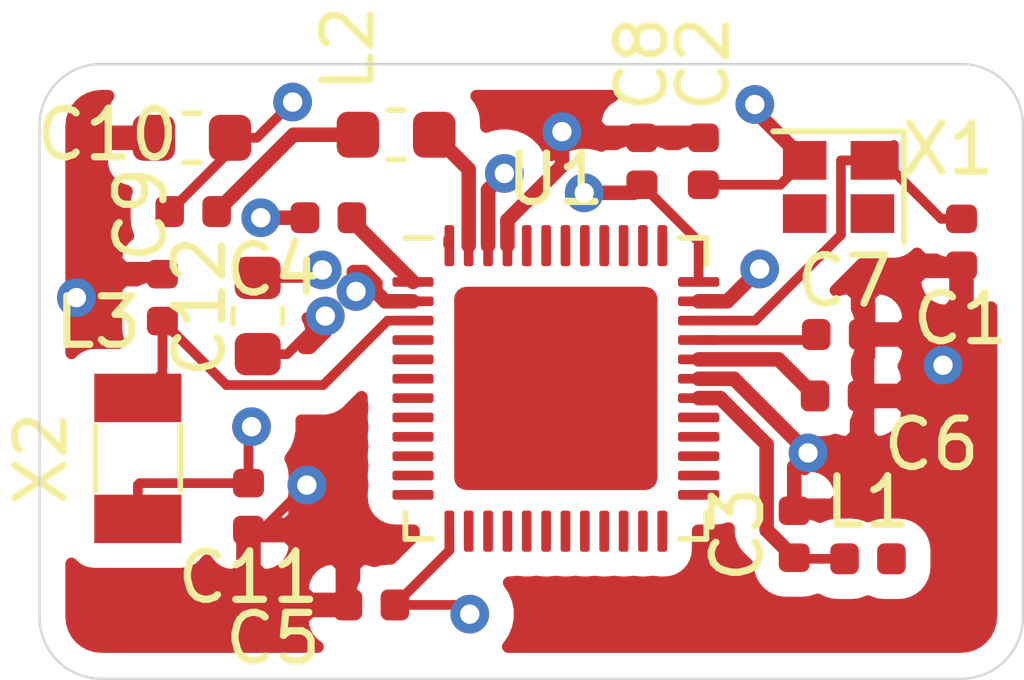
<source format=kicad_pcb>
(kicad_pcb (version 20171130) (host pcbnew "(5.1.2)-2")

  (general
    (thickness 1.6)
    (drawings 8)
    (tracks 111)
    (zones 0)
    (modules 18)
    (nets 48)
  )

  (page A4)
  (layers
    (0 F.Cu signal)
    (31 B.Cu signal)
    (32 B.Adhes user)
    (33 F.Adhes user)
    (34 B.Paste user)
    (35 F.Paste user)
    (36 B.SilkS user)
    (37 F.SilkS user)
    (38 B.Mask user)
    (39 F.Mask user)
    (40 Dwgs.User user)
    (41 Cmts.User user)
    (42 Eco1.User user)
    (43 Eco2.User user)
    (44 Edge.Cuts user)
    (45 Margin user)
    (46 B.CrtYd user)
    (47 F.CrtYd user)
    (48 B.Fab user)
    (49 F.Fab user)
  )

  (setup
    (last_trace_width 0.25)
    (user_trace_width 0.2)
    (user_trace_width 0.3)
    (trace_clearance 0.1)
    (zone_clearance 0.508)
    (zone_45_only no)
    (trace_min 0.1)
    (via_size 0.8)
    (via_drill 0.4)
    (via_min_size 0.4)
    (via_min_drill 0.3)
    (uvia_size 0.3)
    (uvia_drill 0.1)
    (uvias_allowed no)
    (uvia_min_size 0.2)
    (uvia_min_drill 0.1)
    (edge_width 0.05)
    (segment_width 0.2)
    (pcb_text_width 0.3)
    (pcb_text_size 1.5 1.5)
    (mod_edge_width 0.12)
    (mod_text_size 1 1)
    (mod_text_width 0.15)
    (pad_size 1.524 1.524)
    (pad_drill 0.762)
    (pad_to_mask_clearance 0.051)
    (solder_mask_min_width 0.25)
    (aux_axis_origin 0 0)
    (visible_elements 7FFDFFFF)
    (pcbplotparams
      (layerselection 0x010fc_ffffffff)
      (usegerberextensions false)
      (usegerberattributes false)
      (usegerberadvancedattributes false)
      (creategerberjobfile false)
      (excludeedgelayer true)
      (linewidth 0.100000)
      (plotframeref false)
      (viasonmask false)
      (mode 1)
      (useauxorigin false)
      (hpglpennumber 1)
      (hpglpenspeed 20)
      (hpglpendiameter 15.000000)
      (psnegative false)
      (psa4output false)
      (plotreference true)
      (plotvalue true)
      (plotinvisibletext false)
      (padsonsilk false)
      (subtractmaskfromsilk false)
      (outputformat 1)
      (mirror false)
      (drillshape 1)
      (scaleselection 1)
      (outputdirectory ""))
  )

  (net 0 "")
  (net 1 GND)
  (net 2 "Net-(C1-Pad2)")
  (net 3 "Net-(C2-Pad2)")
  (net 4 "Net-(C3-Pad1)")
  (net 5 "Net-(C4-Pad1)")
  (net 6 VDD)
  (net 7 "Net-(C6-Pad2)")
  (net 8 "Net-(C7-Pad2)")
  (net 9 "Net-(C10-Pad1)")
  (net 10 "Net-(C11-Pad2)")
  (net 11 "Net-(C12-Pad2)")
  (net 12 /RF)
  (net 13 "Net-(L2-Pad1)")
  (net 14 "Net-(L2-Pad2)")
  (net 15 "Net-(U1-Pad4)")
  (net 16 "Net-(U1-Pad5)")
  (net 17 "Net-(U1-Pad6)")
  (net 18 "Net-(U1-Pad7)")
  (net 19 "Net-(U1-Pad8)")
  (net 20 "Net-(U1-Pad9)")
  (net 21 "Net-(U1-Pad10)")
  (net 22 "Net-(U1-Pad11)")
  (net 23 "Net-(U1-Pad12)")
  (net 24 "Net-(U1-Pad14)")
  (net 25 "Net-(U1-Pad15)")
  (net 26 "Net-(U1-Pad16)")
  (net 27 "Net-(U1-Pad17)")
  (net 28 "Net-(U1-Pad18)")
  (net 29 "Net-(U1-Pad19)")
  (net 30 "Net-(U1-Pad20)")
  (net 31 "Net-(U1-Pad21)")
  (net 32 "Net-(U1-Pad22)")
  (net 33 "Net-(U1-Pad23)")
  (net 34 "Net-(U1-Pad24)")
  (net 35 "Net-(U1-Pad25)")
  (net 36 "Net-(U1-Pad26)")
  (net 37 "Net-(U1-Pad27)")
  (net 38 "Net-(U1-Pad28)")
  (net 39 "Net-(U1-Pad29)")
  (net 40 "Net-(U1-Pad37)")
  (net 41 "Net-(U1-Pad38)")
  (net 42 "Net-(U1-Pad39)")
  (net 43 "Net-(U1-Pad40)")
  (net 44 "Net-(U1-Pad41)")
  (net 45 "Net-(U1-Pad42)")
  (net 46 "Net-(U1-Pad43)")
  (net 47 "Net-(U1-Pad44)")

  (net_class Default "This is the default net class."
    (clearance 0.1)
    (trace_width 0.25)
    (via_dia 0.8)
    (via_drill 0.4)
    (uvia_dia 0.3)
    (uvia_drill 0.1)
    (add_net /RF)
    (add_net GND)
    (add_net "Net-(C1-Pad2)")
    (add_net "Net-(C10-Pad1)")
    (add_net "Net-(C11-Pad2)")
    (add_net "Net-(C12-Pad2)")
    (add_net "Net-(C2-Pad2)")
    (add_net "Net-(C3-Pad1)")
    (add_net "Net-(C4-Pad1)")
    (add_net "Net-(C6-Pad2)")
    (add_net "Net-(C7-Pad2)")
    (add_net "Net-(L2-Pad1)")
    (add_net "Net-(L2-Pad2)")
    (add_net "Net-(U1-Pad10)")
    (add_net "Net-(U1-Pad11)")
    (add_net "Net-(U1-Pad12)")
    (add_net "Net-(U1-Pad14)")
    (add_net "Net-(U1-Pad15)")
    (add_net "Net-(U1-Pad16)")
    (add_net "Net-(U1-Pad17)")
    (add_net "Net-(U1-Pad18)")
    (add_net "Net-(U1-Pad19)")
    (add_net "Net-(U1-Pad20)")
    (add_net "Net-(U1-Pad21)")
    (add_net "Net-(U1-Pad22)")
    (add_net "Net-(U1-Pad23)")
    (add_net "Net-(U1-Pad24)")
    (add_net "Net-(U1-Pad25)")
    (add_net "Net-(U1-Pad26)")
    (add_net "Net-(U1-Pad27)")
    (add_net "Net-(U1-Pad28)")
    (add_net "Net-(U1-Pad29)")
    (add_net "Net-(U1-Pad37)")
    (add_net "Net-(U1-Pad38)")
    (add_net "Net-(U1-Pad39)")
    (add_net "Net-(U1-Pad4)")
    (add_net "Net-(U1-Pad40)")
    (add_net "Net-(U1-Pad41)")
    (add_net "Net-(U1-Pad42)")
    (add_net "Net-(U1-Pad43)")
    (add_net "Net-(U1-Pad44)")
    (add_net "Net-(U1-Pad5)")
    (add_net "Net-(U1-Pad6)")
    (add_net "Net-(U1-Pad7)")
    (add_net "Net-(U1-Pad8)")
    (add_net "Net-(U1-Pad9)")
    (add_net VDD)
  )

  (module Capacitor_SMD:C_0402_1005Metric (layer F.Cu) (tedit 5B301BBE) (tstamp 5CFFD7E8)
    (at 153.67 126.873 90)
    (descr "Capacitor SMD 0402 (1005 Metric), square (rectangular) end terminal, IPC_7351 nominal, (Body size source: http://www.tortai-tech.com/upload/download/2011102023233369053.pdf), generated with kicad-footprint-generator")
    (tags capacitor)
    (path /5CFA7675)
    (attr smd)
    (fp_text reference C1 (at -1.577 -0.02) (layer F.SilkS)
      (effects (font (size 1 1) (thickness 0.15)))
    )
    (fp_text value 12pF (at 0 1.17 90) (layer F.Fab)
      (effects (font (size 1 1) (thickness 0.15)))
    )
    (fp_line (start -0.5 0.25) (end -0.5 -0.25) (layer F.Fab) (width 0.1))
    (fp_line (start -0.5 -0.25) (end 0.5 -0.25) (layer F.Fab) (width 0.1))
    (fp_line (start 0.5 -0.25) (end 0.5 0.25) (layer F.Fab) (width 0.1))
    (fp_line (start 0.5 0.25) (end -0.5 0.25) (layer F.Fab) (width 0.1))
    (fp_line (start -0.93 0.47) (end -0.93 -0.47) (layer F.CrtYd) (width 0.05))
    (fp_line (start -0.93 -0.47) (end 0.93 -0.47) (layer F.CrtYd) (width 0.05))
    (fp_line (start 0.93 -0.47) (end 0.93 0.47) (layer F.CrtYd) (width 0.05))
    (fp_line (start 0.93 0.47) (end -0.93 0.47) (layer F.CrtYd) (width 0.05))
    (fp_text user %R (at 0 0 90) (layer F.Fab)
      (effects (font (size 0.25 0.25) (thickness 0.04)))
    )
    (pad 1 smd roundrect (at -0.485 0 90) (size 0.59 0.64) (layers F.Cu F.Paste F.Mask) (roundrect_rratio 0.25)
      (net 1 GND))
    (pad 2 smd roundrect (at 0.485 0 90) (size 0.59 0.64) (layers F.Cu F.Paste F.Mask) (roundrect_rratio 0.25)
      (net 2 "Net-(C1-Pad2)"))
    (model ${KISYS3DMOD}/Capacitor_SMD.3dshapes/C_0402_1005Metric.wrl
      (at (xyz 0 0 0))
      (scale (xyz 1 1 1))
      (rotate (xyz 0 0 0))
    )
  )

  (module Capacitor_SMD:C_0402_1005Metric (layer F.Cu) (tedit 5B301BBE) (tstamp 5CFFD7F7)
    (at 148.336 125.199 270)
    (descr "Capacitor SMD 0402 (1005 Metric), square (rectangular) end terminal, IPC_7351 nominal, (Body size source: http://www.tortai-tech.com/upload/download/2011102023233369053.pdf), generated with kicad-footprint-generator")
    (tags capacitor)
    (path /5CFA6F6A)
    (attr smd)
    (fp_text reference C2 (at -2.009 0 90) (layer F.SilkS)
      (effects (font (size 1 1) (thickness 0.15)))
    )
    (fp_text value 12pF (at 0 1.17 90) (layer F.Fab)
      (effects (font (size 1 1) (thickness 0.15)))
    )
    (fp_text user %R (at 0 0 90) (layer F.Fab)
      (effects (font (size 0.25 0.25) (thickness 0.04)))
    )
    (fp_line (start 0.93 0.47) (end -0.93 0.47) (layer F.CrtYd) (width 0.05))
    (fp_line (start 0.93 -0.47) (end 0.93 0.47) (layer F.CrtYd) (width 0.05))
    (fp_line (start -0.93 -0.47) (end 0.93 -0.47) (layer F.CrtYd) (width 0.05))
    (fp_line (start -0.93 0.47) (end -0.93 -0.47) (layer F.CrtYd) (width 0.05))
    (fp_line (start 0.5 0.25) (end -0.5 0.25) (layer F.Fab) (width 0.1))
    (fp_line (start 0.5 -0.25) (end 0.5 0.25) (layer F.Fab) (width 0.1))
    (fp_line (start -0.5 -0.25) (end 0.5 -0.25) (layer F.Fab) (width 0.1))
    (fp_line (start -0.5 0.25) (end -0.5 -0.25) (layer F.Fab) (width 0.1))
    (pad 2 smd roundrect (at 0.485 0 270) (size 0.59 0.64) (layers F.Cu F.Paste F.Mask) (roundrect_rratio 0.25)
      (net 3 "Net-(C2-Pad2)"))
    (pad 1 smd roundrect (at -0.485 0 270) (size 0.59 0.64) (layers F.Cu F.Paste F.Mask) (roundrect_rratio 0.25)
      (net 1 GND))
    (model ${KISYS3DMOD}/Capacitor_SMD.3dshapes/C_0402_1005Metric.wrl
      (at (xyz 0 0 0))
      (scale (xyz 1 1 1))
      (rotate (xyz 0 0 0))
    )
  )

  (module Capacitor_SMD:C_0402_1005Metric (layer F.Cu) (tedit 5B301BBE) (tstamp 5CFFD806)
    (at 150.214 132.905 90)
    (descr "Capacitor SMD 0402 (1005 Metric), square (rectangular) end terminal, IPC_7351 nominal, (Body size source: http://www.tortai-tech.com/upload/download/2011102023233369053.pdf), generated with kicad-footprint-generator")
    (tags capacitor)
    (path /5CFCA195)
    (attr smd)
    (fp_text reference C3 (at 0 -1.17 90) (layer F.SilkS)
      (effects (font (size 1 1) (thickness 0.15)))
    )
    (fp_text value 0.8pF (at 0 1.17 90) (layer F.Fab)
      (effects (font (size 1 1) (thickness 0.15)))
    )
    (fp_line (start -0.5 0.25) (end -0.5 -0.25) (layer F.Fab) (width 0.1))
    (fp_line (start -0.5 -0.25) (end 0.5 -0.25) (layer F.Fab) (width 0.1))
    (fp_line (start 0.5 -0.25) (end 0.5 0.25) (layer F.Fab) (width 0.1))
    (fp_line (start 0.5 0.25) (end -0.5 0.25) (layer F.Fab) (width 0.1))
    (fp_line (start -0.93 0.47) (end -0.93 -0.47) (layer F.CrtYd) (width 0.05))
    (fp_line (start -0.93 -0.47) (end 0.93 -0.47) (layer F.CrtYd) (width 0.05))
    (fp_line (start 0.93 -0.47) (end 0.93 0.47) (layer F.CrtYd) (width 0.05))
    (fp_line (start 0.93 0.47) (end -0.93 0.47) (layer F.CrtYd) (width 0.05))
    (fp_text user %R (at 0 0 90) (layer F.Fab)
      (effects (font (size 0.25 0.25) (thickness 0.04)))
    )
    (pad 1 smd roundrect (at -0.485 0 90) (size 0.59 0.64) (layers F.Cu F.Paste F.Mask) (roundrect_rratio 0.25)
      (net 4 "Net-(C3-Pad1)"))
    (pad 2 smd roundrect (at 0.485 0 90) (size 0.59 0.64) (layers F.Cu F.Paste F.Mask) (roundrect_rratio 0.25)
      (net 1 GND))
    (model ${KISYS3DMOD}/Capacitor_SMD.3dshapes/C_0402_1005Metric.wrl
      (at (xyz 0 0 0))
      (scale (xyz 1 1 1))
      (rotate (xyz 0 0 0))
    )
  )

  (module Capacitor_SMD:C_0402_1005Metric (layer F.Cu) (tedit 5B301BBE) (tstamp 5CFFD815)
    (at 140.589 126.365 180)
    (descr "Capacitor SMD 0402 (1005 Metric), square (rectangular) end terminal, IPC_7351 nominal, (Body size source: http://www.tortai-tech.com/upload/download/2011102023233369053.pdf), generated with kicad-footprint-generator")
    (tags capacitor)
    (path /5D012F87)
    (attr smd)
    (fp_text reference C4 (at 1.143 -1.0795) (layer F.SilkS)
      (effects (font (size 1 1) (thickness 0.15)))
    )
    (fp_text value 100nF (at 0 1.17) (layer F.Fab)
      (effects (font (size 1 1) (thickness 0.15)))
    )
    (fp_line (start -0.5 0.25) (end -0.5 -0.25) (layer F.Fab) (width 0.1))
    (fp_line (start -0.5 -0.25) (end 0.5 -0.25) (layer F.Fab) (width 0.1))
    (fp_line (start 0.5 -0.25) (end 0.5 0.25) (layer F.Fab) (width 0.1))
    (fp_line (start 0.5 0.25) (end -0.5 0.25) (layer F.Fab) (width 0.1))
    (fp_line (start -0.93 0.47) (end -0.93 -0.47) (layer F.CrtYd) (width 0.05))
    (fp_line (start -0.93 -0.47) (end 0.93 -0.47) (layer F.CrtYd) (width 0.05))
    (fp_line (start 0.93 -0.47) (end 0.93 0.47) (layer F.CrtYd) (width 0.05))
    (fp_line (start 0.93 0.47) (end -0.93 0.47) (layer F.CrtYd) (width 0.05))
    (fp_text user %R (at 0 0) (layer F.Fab)
      (effects (font (size 0.25 0.25) (thickness 0.04)))
    )
    (pad 1 smd roundrect (at -0.485 0 180) (size 0.59 0.64) (layers F.Cu F.Paste F.Mask) (roundrect_rratio 0.25)
      (net 5 "Net-(C4-Pad1)"))
    (pad 2 smd roundrect (at 0.485 0 180) (size 0.59 0.64) (layers F.Cu F.Paste F.Mask) (roundrect_rratio 0.25)
      (net 1 GND))
    (model ${KISYS3DMOD}/Capacitor_SMD.3dshapes/C_0402_1005Metric.wrl
      (at (xyz 0 0 0))
      (scale (xyz 1 1 1))
      (rotate (xyz 0 0 0))
    )
  )

  (module Capacitor_SMD:C_0402_1005Metric (layer F.Cu) (tedit 5B301BBE) (tstamp 5CFFD824)
    (at 141.478 134.366 180)
    (descr "Capacitor SMD 0402 (1005 Metric), square (rectangular) end terminal, IPC_7351 nominal, (Body size source: http://www.tortai-tech.com/upload/download/2011102023233369053.pdf), generated with kicad-footprint-generator")
    (tags capacitor)
    (path /5CFE64DE)
    (attr smd)
    (fp_text reference C5 (at 2.032 -0.6985) (layer F.SilkS)
      (effects (font (size 1 1) (thickness 0.15)))
    )
    (fp_text value 100nF (at 0 1.17) (layer F.Fab)
      (effects (font (size 1 1) (thickness 0.15)))
    )
    (fp_text user %R (at 0 0) (layer F.Fab)
      (effects (font (size 0.25 0.25) (thickness 0.04)))
    )
    (fp_line (start 0.93 0.47) (end -0.93 0.47) (layer F.CrtYd) (width 0.05))
    (fp_line (start 0.93 -0.47) (end 0.93 0.47) (layer F.CrtYd) (width 0.05))
    (fp_line (start -0.93 -0.47) (end 0.93 -0.47) (layer F.CrtYd) (width 0.05))
    (fp_line (start -0.93 0.47) (end -0.93 -0.47) (layer F.CrtYd) (width 0.05))
    (fp_line (start 0.5 0.25) (end -0.5 0.25) (layer F.Fab) (width 0.1))
    (fp_line (start 0.5 -0.25) (end 0.5 0.25) (layer F.Fab) (width 0.1))
    (fp_line (start -0.5 -0.25) (end 0.5 -0.25) (layer F.Fab) (width 0.1))
    (fp_line (start -0.5 0.25) (end -0.5 -0.25) (layer F.Fab) (width 0.1))
    (pad 2 smd roundrect (at 0.485 0 180) (size 0.59 0.64) (layers F.Cu F.Paste F.Mask) (roundrect_rratio 0.25)
      (net 1 GND))
    (pad 1 smd roundrect (at -0.485 0 180) (size 0.59 0.64) (layers F.Cu F.Paste F.Mask) (roundrect_rratio 0.25)
      (net 6 VDD))
    (model ${KISYS3DMOD}/Capacitor_SMD.3dshapes/C_0402_1005Metric.wrl
      (at (xyz 0 0 0))
      (scale (xyz 1 1 1))
      (rotate (xyz 0 0 0))
    )
  )

  (module Capacitor_SMD:C_0402_1005Metric (layer F.Cu) (tedit 5B301BBE) (tstamp 5CFFD833)
    (at 151.13 130.048 180)
    (descr "Capacitor SMD 0402 (1005 Metric), square (rectangular) end terminal, IPC_7351 nominal, (Body size source: http://www.tortai-tech.com/upload/download/2011102023233369053.pdf), generated with kicad-footprint-generator")
    (tags capacitor)
    (path /5CFA9206)
    (attr smd)
    (fp_text reference C6 (at -1.92 -1.002) (layer F.SilkS)
      (effects (font (size 1 1) (thickness 0.15)))
    )
    (fp_text value N.C. (at 0 1.17) (layer F.Fab)
      (effects (font (size 1 1) (thickness 0.15)))
    )
    (fp_line (start -0.5 0.25) (end -0.5 -0.25) (layer F.Fab) (width 0.1))
    (fp_line (start -0.5 -0.25) (end 0.5 -0.25) (layer F.Fab) (width 0.1))
    (fp_line (start 0.5 -0.25) (end 0.5 0.25) (layer F.Fab) (width 0.1))
    (fp_line (start 0.5 0.25) (end -0.5 0.25) (layer F.Fab) (width 0.1))
    (fp_line (start -0.93 0.47) (end -0.93 -0.47) (layer F.CrtYd) (width 0.05))
    (fp_line (start -0.93 -0.47) (end 0.93 -0.47) (layer F.CrtYd) (width 0.05))
    (fp_line (start 0.93 -0.47) (end 0.93 0.47) (layer F.CrtYd) (width 0.05))
    (fp_line (start 0.93 0.47) (end -0.93 0.47) (layer F.CrtYd) (width 0.05))
    (fp_text user %R (at 0 0) (layer F.Fab)
      (effects (font (size 0.25 0.25) (thickness 0.04)))
    )
    (pad 1 smd roundrect (at -0.485 0 180) (size 0.59 0.64) (layers F.Cu F.Paste F.Mask) (roundrect_rratio 0.25)
      (net 1 GND))
    (pad 2 smd roundrect (at 0.485 0 180) (size 0.59 0.64) (layers F.Cu F.Paste F.Mask) (roundrect_rratio 0.25)
      (net 7 "Net-(C6-Pad2)"))
    (model ${KISYS3DMOD}/Capacitor_SMD.3dshapes/C_0402_1005Metric.wrl
      (at (xyz 0 0 0))
      (scale (xyz 1 1 1))
      (rotate (xyz 0 0 0))
    )
  )

  (module Capacitor_SMD:C_0402_1005Metric (layer F.Cu) (tedit 5B301BBE) (tstamp 5CFFD842)
    (at 151.153 128.778 180)
    (descr "Capacitor SMD 0402 (1005 Metric), square (rectangular) end terminal, IPC_7351 nominal, (Body size source: http://www.tortai-tech.com/upload/download/2011102023233369053.pdf), generated with kicad-footprint-generator")
    (tags capacitor)
    (path /5CFA8A5C)
    (attr smd)
    (fp_text reference C7 (at -0.097 1.103) (layer F.SilkS)
      (effects (font (size 1 1) (thickness 0.15)))
    )
    (fp_text value 100pF (at 0 1.17) (layer F.Fab)
      (effects (font (size 1 1) (thickness 0.15)))
    )
    (fp_text user %R (at 0 0) (layer F.Fab)
      (effects (font (size 0.25 0.25) (thickness 0.04)))
    )
    (fp_line (start 0.93 0.47) (end -0.93 0.47) (layer F.CrtYd) (width 0.05))
    (fp_line (start 0.93 -0.47) (end 0.93 0.47) (layer F.CrtYd) (width 0.05))
    (fp_line (start -0.93 -0.47) (end 0.93 -0.47) (layer F.CrtYd) (width 0.05))
    (fp_line (start -0.93 0.47) (end -0.93 -0.47) (layer F.CrtYd) (width 0.05))
    (fp_line (start 0.5 0.25) (end -0.5 0.25) (layer F.Fab) (width 0.1))
    (fp_line (start 0.5 -0.25) (end 0.5 0.25) (layer F.Fab) (width 0.1))
    (fp_line (start -0.5 -0.25) (end 0.5 -0.25) (layer F.Fab) (width 0.1))
    (fp_line (start -0.5 0.25) (end -0.5 -0.25) (layer F.Fab) (width 0.1))
    (pad 2 smd roundrect (at 0.485 0 180) (size 0.59 0.64) (layers F.Cu F.Paste F.Mask) (roundrect_rratio 0.25)
      (net 8 "Net-(C7-Pad2)"))
    (pad 1 smd roundrect (at -0.485 0 180) (size 0.59 0.64) (layers F.Cu F.Paste F.Mask) (roundrect_rratio 0.25)
      (net 1 GND))
    (model ${KISYS3DMOD}/Capacitor_SMD.3dshapes/C_0402_1005Metric.wrl
      (at (xyz 0 0 0))
      (scale (xyz 1 1 1))
      (rotate (xyz 0 0 0))
    )
  )

  (module Capacitor_SMD:C_0402_1005Metric (layer F.Cu) (tedit 5B301BBE) (tstamp 5CFFD851)
    (at 147.066 125.199 90)
    (descr "Capacitor SMD 0402 (1005 Metric), square (rectangular) end terminal, IPC_7351 nominal, (Body size source: http://www.tortai-tech.com/upload/download/2011102023233369053.pdf), generated with kicad-footprint-generator")
    (tags capacitor)
    (path /5CF9C433)
    (attr smd)
    (fp_text reference C8 (at 2.009 0 90) (layer F.SilkS)
      (effects (font (size 1 1) (thickness 0.15)))
    )
    (fp_text value 100nF (at 0 1.17 90) (layer F.Fab)
      (effects (font (size 1 1) (thickness 0.15)))
    )
    (fp_line (start -0.5 0.25) (end -0.5 -0.25) (layer F.Fab) (width 0.1))
    (fp_line (start -0.5 -0.25) (end 0.5 -0.25) (layer F.Fab) (width 0.1))
    (fp_line (start 0.5 -0.25) (end 0.5 0.25) (layer F.Fab) (width 0.1))
    (fp_line (start 0.5 0.25) (end -0.5 0.25) (layer F.Fab) (width 0.1))
    (fp_line (start -0.93 0.47) (end -0.93 -0.47) (layer F.CrtYd) (width 0.05))
    (fp_line (start -0.93 -0.47) (end 0.93 -0.47) (layer F.CrtYd) (width 0.05))
    (fp_line (start 0.93 -0.47) (end 0.93 0.47) (layer F.CrtYd) (width 0.05))
    (fp_line (start 0.93 0.47) (end -0.93 0.47) (layer F.CrtYd) (width 0.05))
    (fp_text user %R (at 0 0 90) (layer F.Fab)
      (effects (font (size 0.25 0.25) (thickness 0.04)))
    )
    (pad 1 smd roundrect (at -0.485 0 90) (size 0.59 0.64) (layers F.Cu F.Paste F.Mask) (roundrect_rratio 0.25)
      (net 6 VDD))
    (pad 2 smd roundrect (at 0.485 0 90) (size 0.59 0.64) (layers F.Cu F.Paste F.Mask) (roundrect_rratio 0.25)
      (net 1 GND))
    (model ${KISYS3DMOD}/Capacitor_SMD.3dshapes/C_0402_1005Metric.wrl
      (at (xyz 0 0 0))
      (scale (xyz 1 1 1))
      (rotate (xyz 0 0 0))
    )
  )

  (module Capacitor_SMD:C_0603_1608Metric (layer F.Cu) (tedit 5B301BBE) (tstamp 5CFFD862)
    (at 139.1285 128.397 270)
    (descr "Capacitor SMD 0603 (1608 Metric), square (rectangular) end terminal, IPC_7351 nominal, (Body size source: http://www.tortai-tech.com/upload/download/2011102023233369053.pdf), generated with kicad-footprint-generator")
    (tags capacitor)
    (path /5CF7FCEA)
    (attr smd)
    (fp_text reference C9 (at -2.0955 2.413 90) (layer F.SilkS)
      (effects (font (size 1 1) (thickness 0.15)))
    )
    (fp_text value 4.7µF (at 0 1.43 90) (layer F.Fab)
      (effects (font (size 1 1) (thickness 0.15)))
    )
    (fp_line (start -0.8 0.4) (end -0.8 -0.4) (layer F.Fab) (width 0.1))
    (fp_line (start -0.8 -0.4) (end 0.8 -0.4) (layer F.Fab) (width 0.1))
    (fp_line (start 0.8 -0.4) (end 0.8 0.4) (layer F.Fab) (width 0.1))
    (fp_line (start 0.8 0.4) (end -0.8 0.4) (layer F.Fab) (width 0.1))
    (fp_line (start -0.162779 -0.51) (end 0.162779 -0.51) (layer F.SilkS) (width 0.12))
    (fp_line (start -0.162779 0.51) (end 0.162779 0.51) (layer F.SilkS) (width 0.12))
    (fp_line (start -1.48 0.73) (end -1.48 -0.73) (layer F.CrtYd) (width 0.05))
    (fp_line (start -1.48 -0.73) (end 1.48 -0.73) (layer F.CrtYd) (width 0.05))
    (fp_line (start 1.48 -0.73) (end 1.48 0.73) (layer F.CrtYd) (width 0.05))
    (fp_line (start 1.48 0.73) (end -1.48 0.73) (layer F.CrtYd) (width 0.05))
    (fp_text user %R (at 0 0 90) (layer F.Fab)
      (effects (font (size 0.4 0.4) (thickness 0.06)))
    )
    (pad 1 smd roundrect (at -0.7875 0 270) (size 0.875 0.95) (layers F.Cu F.Paste F.Mask) (roundrect_rratio 0.25)
      (net 6 VDD))
    (pad 2 smd roundrect (at 0.7875 0 270) (size 0.875 0.95) (layers F.Cu F.Paste F.Mask) (roundrect_rratio 0.25)
      (net 1 GND))
    (model ${KISYS3DMOD}/Capacitor_SMD.3dshapes/C_0603_1608Metric.wrl
      (at (xyz 0 0 0))
      (scale (xyz 1 1 1))
      (rotate (xyz 0 0 0))
    )
  )

  (module Capacitor_SMD:C_0603_1608Metric (layer F.Cu) (tedit 5B301BBE) (tstamp 5CFFD873)
    (at 137.7695 124.714 180)
    (descr "Capacitor SMD 0603 (1608 Metric), square (rectangular) end terminal, IPC_7351 nominal, (Body size source: http://www.tortai-tech.com/upload/download/2011102023233369053.pdf), generated with kicad-footprint-generator")
    (tags capacitor)
    (path /5CF81D21)
    (attr smd)
    (fp_text reference C10 (at 1.7525 0.0635) (layer F.SilkS)
      (effects (font (size 1 1) (thickness 0.15)))
    )
    (fp_text value 1.0µF (at 0 1.43) (layer F.Fab)
      (effects (font (size 1 1) (thickness 0.15)))
    )
    (fp_text user %R (at 0 0) (layer F.Fab)
      (effects (font (size 0.4 0.4) (thickness 0.06)))
    )
    (fp_line (start 1.48 0.73) (end -1.48 0.73) (layer F.CrtYd) (width 0.05))
    (fp_line (start 1.48 -0.73) (end 1.48 0.73) (layer F.CrtYd) (width 0.05))
    (fp_line (start -1.48 -0.73) (end 1.48 -0.73) (layer F.CrtYd) (width 0.05))
    (fp_line (start -1.48 0.73) (end -1.48 -0.73) (layer F.CrtYd) (width 0.05))
    (fp_line (start -0.162779 0.51) (end 0.162779 0.51) (layer F.SilkS) (width 0.12))
    (fp_line (start -0.162779 -0.51) (end 0.162779 -0.51) (layer F.SilkS) (width 0.12))
    (fp_line (start 0.8 0.4) (end -0.8 0.4) (layer F.Fab) (width 0.1))
    (fp_line (start 0.8 -0.4) (end 0.8 0.4) (layer F.Fab) (width 0.1))
    (fp_line (start -0.8 -0.4) (end 0.8 -0.4) (layer F.Fab) (width 0.1))
    (fp_line (start -0.8 0.4) (end -0.8 -0.4) (layer F.Fab) (width 0.1))
    (pad 2 smd roundrect (at 0.7875 0 180) (size 0.875 0.95) (layers F.Cu F.Paste F.Mask) (roundrect_rratio 0.25)
      (net 1 GND))
    (pad 1 smd roundrect (at -0.7875 0 180) (size 0.875 0.95) (layers F.Cu F.Paste F.Mask) (roundrect_rratio 0.25)
      (net 9 "Net-(C10-Pad1)"))
    (model ${KISYS3DMOD}/Capacitor_SMD.3dshapes/C_0603_1608Metric.wrl
      (at (xyz 0 0 0))
      (scale (xyz 1 1 1))
      (rotate (xyz 0 0 0))
    )
  )

  (module Capacitor_SMD:C_0402_1005Metric (layer F.Cu) (tedit 5B301BBE) (tstamp 5CFFD882)
    (at 138.938 132.334 90)
    (descr "Capacitor SMD 0402 (1005 Metric), square (rectangular) end terminal, IPC_7351 nominal, (Body size source: http://www.tortai-tech.com/upload/download/2011102023233369053.pdf), generated with kicad-footprint-generator")
    (tags capacitor)
    (path /5CFF6612)
    (attr smd)
    (fp_text reference C11 (at -1.4605 0 180) (layer F.SilkS)
      (effects (font (size 1 1) (thickness 0.15)))
    )
    (fp_text value 12pF (at 0 1.17 90) (layer F.Fab)
      (effects (font (size 1 1) (thickness 0.15)))
    )
    (fp_line (start -0.5 0.25) (end -0.5 -0.25) (layer F.Fab) (width 0.1))
    (fp_line (start -0.5 -0.25) (end 0.5 -0.25) (layer F.Fab) (width 0.1))
    (fp_line (start 0.5 -0.25) (end 0.5 0.25) (layer F.Fab) (width 0.1))
    (fp_line (start 0.5 0.25) (end -0.5 0.25) (layer F.Fab) (width 0.1))
    (fp_line (start -0.93 0.47) (end -0.93 -0.47) (layer F.CrtYd) (width 0.05))
    (fp_line (start -0.93 -0.47) (end 0.93 -0.47) (layer F.CrtYd) (width 0.05))
    (fp_line (start 0.93 -0.47) (end 0.93 0.47) (layer F.CrtYd) (width 0.05))
    (fp_line (start 0.93 0.47) (end -0.93 0.47) (layer F.CrtYd) (width 0.05))
    (fp_text user %R (at 0 0 90) (layer F.Fab)
      (effects (font (size 0.25 0.25) (thickness 0.04)))
    )
    (pad 1 smd roundrect (at -0.485 0 90) (size 0.59 0.64) (layers F.Cu F.Paste F.Mask) (roundrect_rratio 0.25)
      (net 1 GND))
    (pad 2 smd roundrect (at 0.485 0 90) (size 0.59 0.64) (layers F.Cu F.Paste F.Mask) (roundrect_rratio 0.25)
      (net 10 "Net-(C11-Pad2)"))
    (model ${KISYS3DMOD}/Capacitor_SMD.3dshapes/C_0402_1005Metric.wrl
      (at (xyz 0 0 0))
      (scale (xyz 1 1 1))
      (rotate (xyz 0 0 0))
    )
  )

  (module Capacitor_SMD:C_0402_1005Metric (layer F.Cu) (tedit 5B301BBE) (tstamp 5CFFD891)
    (at 137.16 128.016 270)
    (descr "Capacitor SMD 0402 (1005 Metric), square (rectangular) end terminal, IPC_7351 nominal, (Body size source: http://www.tortai-tech.com/upload/download/2011102023233369053.pdf), generated with kicad-footprint-generator")
    (tags capacitor)
    (path /5CFF6BB4)
    (attr smd)
    (fp_text reference C12 (at 0.184 -0.765 90) (layer F.SilkS)
      (effects (font (size 1 1) (thickness 0.15)))
    )
    (fp_text value 12pF (at 0 1.17 90) (layer F.Fab)
      (effects (font (size 1 1) (thickness 0.15)))
    )
    (fp_text user %R (at 0 0 90) (layer F.Fab)
      (effects (font (size 0.25 0.25) (thickness 0.04)))
    )
    (fp_line (start 0.93 0.47) (end -0.93 0.47) (layer F.CrtYd) (width 0.05))
    (fp_line (start 0.93 -0.47) (end 0.93 0.47) (layer F.CrtYd) (width 0.05))
    (fp_line (start -0.93 -0.47) (end 0.93 -0.47) (layer F.CrtYd) (width 0.05))
    (fp_line (start -0.93 0.47) (end -0.93 -0.47) (layer F.CrtYd) (width 0.05))
    (fp_line (start 0.5 0.25) (end -0.5 0.25) (layer F.Fab) (width 0.1))
    (fp_line (start 0.5 -0.25) (end 0.5 0.25) (layer F.Fab) (width 0.1))
    (fp_line (start -0.5 -0.25) (end 0.5 -0.25) (layer F.Fab) (width 0.1))
    (fp_line (start -0.5 0.25) (end -0.5 -0.25) (layer F.Fab) (width 0.1))
    (pad 2 smd roundrect (at 0.485 0 270) (size 0.59 0.64) (layers F.Cu F.Paste F.Mask) (roundrect_rratio 0.25)
      (net 11 "Net-(C12-Pad2)"))
    (pad 1 smd roundrect (at -0.485 0 270) (size 0.59 0.64) (layers F.Cu F.Paste F.Mask) (roundrect_rratio 0.25)
      (net 1 GND))
    (model ${KISYS3DMOD}/Capacitor_SMD.3dshapes/C_0402_1005Metric.wrl
      (at (xyz 0 0 0))
      (scale (xyz 1 1 1))
      (rotate (xyz 0 0 0))
    )
  )

  (module Capacitor_SMD:C_0402_1005Metric (layer F.Cu) (tedit 5B301BBE) (tstamp 5CFFD8A0)
    (at 151.738 133.413)
    (descr "Capacitor SMD 0402 (1005 Metric), square (rectangular) end terminal, IPC_7351 nominal, (Body size source: http://www.tortai-tech.com/upload/download/2011102023233369053.pdf), generated with kicad-footprint-generator")
    (tags capacitor)
    (path /5CFC9C97)
    (attr smd)
    (fp_text reference L1 (at 0 -1.17) (layer F.SilkS)
      (effects (font (size 1 1) (thickness 0.15)))
    )
    (fp_text value 3.9pH (at 0 1.17) (layer F.Fab)
      (effects (font (size 1 1) (thickness 0.15)))
    )
    (fp_text user %R (at 0 0) (layer F.Fab)
      (effects (font (size 0.25 0.25) (thickness 0.04)))
    )
    (fp_line (start 0.93 0.47) (end -0.93 0.47) (layer F.CrtYd) (width 0.05))
    (fp_line (start 0.93 -0.47) (end 0.93 0.47) (layer F.CrtYd) (width 0.05))
    (fp_line (start -0.93 -0.47) (end 0.93 -0.47) (layer F.CrtYd) (width 0.05))
    (fp_line (start -0.93 0.47) (end -0.93 -0.47) (layer F.CrtYd) (width 0.05))
    (fp_line (start 0.5 0.25) (end -0.5 0.25) (layer F.Fab) (width 0.1))
    (fp_line (start 0.5 -0.25) (end 0.5 0.25) (layer F.Fab) (width 0.1))
    (fp_line (start -0.5 -0.25) (end 0.5 -0.25) (layer F.Fab) (width 0.1))
    (fp_line (start -0.5 0.25) (end -0.5 -0.25) (layer F.Fab) (width 0.1))
    (pad 2 smd roundrect (at 0.485 0) (size 0.59 0.64) (layers F.Cu F.Paste F.Mask) (roundrect_rratio 0.25)
      (net 12 /RF))
    (pad 1 smd roundrect (at -0.485 0) (size 0.59 0.64) (layers F.Cu F.Paste F.Mask) (roundrect_rratio 0.25)
      (net 4 "Net-(C3-Pad1)"))
    (model ${KISYS3DMOD}/Capacitor_SMD.3dshapes/C_0402_1005Metric.wrl
      (at (xyz 0 0 0))
      (scale (xyz 1 1 1))
      (rotate (xyz 0 0 0))
    )
  )

  (module Capacitor_SMD:C_0603_1608Metric (layer F.Cu) (tedit 5B301BBE) (tstamp 5CFFD8B1)
    (at 141.986 124.6505)
    (descr "Capacitor SMD 0603 (1608 Metric), square (rectangular) end terminal, IPC_7351 nominal, (Body size source: http://www.tortai-tech.com/upload/download/2011102023233369053.pdf), generated with kicad-footprint-generator")
    (tags capacitor)
    (path /5CF8E1F7)
    (attr smd)
    (fp_text reference L2 (at -0.9905 -1.778 -270) (layer F.SilkS)
      (effects (font (size 1 1) (thickness 0.15)))
    )
    (fp_text value 10µH (at 0 1.43) (layer F.Fab)
      (effects (font (size 1 1) (thickness 0.15)))
    )
    (fp_line (start -0.8 0.4) (end -0.8 -0.4) (layer F.Fab) (width 0.1))
    (fp_line (start -0.8 -0.4) (end 0.8 -0.4) (layer F.Fab) (width 0.1))
    (fp_line (start 0.8 -0.4) (end 0.8 0.4) (layer F.Fab) (width 0.1))
    (fp_line (start 0.8 0.4) (end -0.8 0.4) (layer F.Fab) (width 0.1))
    (fp_line (start -0.162779 -0.51) (end 0.162779 -0.51) (layer F.SilkS) (width 0.12))
    (fp_line (start -0.162779 0.51) (end 0.162779 0.51) (layer F.SilkS) (width 0.12))
    (fp_line (start -1.48 0.73) (end -1.48 -0.73) (layer F.CrtYd) (width 0.05))
    (fp_line (start -1.48 -0.73) (end 1.48 -0.73) (layer F.CrtYd) (width 0.05))
    (fp_line (start 1.48 -0.73) (end 1.48 0.73) (layer F.CrtYd) (width 0.05))
    (fp_line (start 1.48 0.73) (end -1.48 0.73) (layer F.CrtYd) (width 0.05))
    (fp_text user %R (at 0 0) (layer F.Fab)
      (effects (font (size 0.4 0.4) (thickness 0.06)))
    )
    (pad 1 smd roundrect (at -0.7875 0) (size 0.875 0.95) (layers F.Cu F.Paste F.Mask) (roundrect_rratio 0.25)
      (net 13 "Net-(L2-Pad1)"))
    (pad 2 smd roundrect (at 0.7875 0) (size 0.875 0.95) (layers F.Cu F.Paste F.Mask) (roundrect_rratio 0.25)
      (net 14 "Net-(L2-Pad2)"))
    (model ${KISYS3DMOD}/Capacitor_SMD.3dshapes/C_0603_1608Metric.wrl
      (at (xyz 0 0 0))
      (scale (xyz 1 1 1))
      (rotate (xyz 0 0 0))
    )
  )

  (module Capacitor_SMD:C_0402_1005Metric (layer F.Cu) (tedit 5B301BBE) (tstamp 5CFFD8C0)
    (at 137.795 126.238)
    (descr "Capacitor SMD 0402 (1005 Metric), square (rectangular) end terminal, IPC_7351 nominal, (Body size source: http://www.tortai-tech.com/upload/download/2011102023233369053.pdf), generated with kicad-footprint-generator")
    (tags capacitor)
    (path /5CF8FC6E)
    (attr smd)
    (fp_text reference L3 (at -1.9685 2.286) (layer F.SilkS)
      (effects (font (size 1 1) (thickness 0.15)))
    )
    (fp_text value 15NH (at 0 1.17) (layer F.Fab)
      (effects (font (size 1 1) (thickness 0.15)))
    )
    (fp_text user %R (at 0 0) (layer F.Fab)
      (effects (font (size 0.25 0.25) (thickness 0.04)))
    )
    (fp_line (start 0.93 0.47) (end -0.93 0.47) (layer F.CrtYd) (width 0.05))
    (fp_line (start 0.93 -0.47) (end 0.93 0.47) (layer F.CrtYd) (width 0.05))
    (fp_line (start -0.93 -0.47) (end 0.93 -0.47) (layer F.CrtYd) (width 0.05))
    (fp_line (start -0.93 0.47) (end -0.93 -0.47) (layer F.CrtYd) (width 0.05))
    (fp_line (start 0.5 0.25) (end -0.5 0.25) (layer F.Fab) (width 0.1))
    (fp_line (start 0.5 -0.25) (end 0.5 0.25) (layer F.Fab) (width 0.1))
    (fp_line (start -0.5 -0.25) (end 0.5 -0.25) (layer F.Fab) (width 0.1))
    (fp_line (start -0.5 0.25) (end -0.5 -0.25) (layer F.Fab) (width 0.1))
    (pad 2 smd roundrect (at 0.485 0) (size 0.59 0.64) (layers F.Cu F.Paste F.Mask) (roundrect_rratio 0.25)
      (net 13 "Net-(L2-Pad1)"))
    (pad 1 smd roundrect (at -0.485 0) (size 0.59 0.64) (layers F.Cu F.Paste F.Mask) (roundrect_rratio 0.25)
      (net 9 "Net-(C10-Pad1)"))
    (model ${KISYS3DMOD}/Capacitor_SMD.3dshapes/C_0402_1005Metric.wrl
      (at (xyz 0 0 0))
      (scale (xyz 1 1 1))
      (rotate (xyz 0 0 0))
    )
  )

  (module Package_DFN_QFN:QFN-48-1EP_6x6mm_P0.4mm_EP4.2x4.2mm (layer F.Cu) (tedit 5C28DED5) (tstamp 5CFFD90F)
    (at 145.288 129.892)
    (descr "QFN, 48 Pin (https://static.dev.sifive.com/SiFive-FE310-G000-datasheet-v1p5.pdf#page=20), generated with kicad-footprint-generator ipc_dfn_qfn_generator.py")
    (tags "QFN DFN_QFN")
    (path /5CF7EEED)
    (attr smd)
    (fp_text reference U1 (at 0 -4.32) (layer F.SilkS)
      (effects (font (size 1 1) (thickness 0.15)))
    )
    (fp_text value QFAA (at 0 4.32) (layer F.Fab)
      (effects (font (size 1 1) (thickness 0.15)))
    )
    (fp_line (start 2.56 -3.11) (end 3.11 -3.11) (layer F.SilkS) (width 0.12))
    (fp_line (start 3.11 -3.11) (end 3.11 -2.56) (layer F.SilkS) (width 0.12))
    (fp_line (start -2.56 3.11) (end -3.11 3.11) (layer F.SilkS) (width 0.12))
    (fp_line (start -3.11 3.11) (end -3.11 2.56) (layer F.SilkS) (width 0.12))
    (fp_line (start 2.56 3.11) (end 3.11 3.11) (layer F.SilkS) (width 0.12))
    (fp_line (start 3.11 3.11) (end 3.11 2.56) (layer F.SilkS) (width 0.12))
    (fp_line (start -2.56 -3.11) (end -3.11 -3.11) (layer F.SilkS) (width 0.12))
    (fp_line (start -2 -3) (end 3 -3) (layer F.Fab) (width 0.1))
    (fp_line (start 3 -3) (end 3 3) (layer F.Fab) (width 0.1))
    (fp_line (start 3 3) (end -3 3) (layer F.Fab) (width 0.1))
    (fp_line (start -3 3) (end -3 -2) (layer F.Fab) (width 0.1))
    (fp_line (start -3 -2) (end -2 -3) (layer F.Fab) (width 0.1))
    (fp_line (start -3.62 -3.62) (end -3.62 3.62) (layer F.CrtYd) (width 0.05))
    (fp_line (start -3.62 3.62) (end 3.62 3.62) (layer F.CrtYd) (width 0.05))
    (fp_line (start 3.62 3.62) (end 3.62 -3.62) (layer F.CrtYd) (width 0.05))
    (fp_line (start 3.62 -3.62) (end -3.62 -3.62) (layer F.CrtYd) (width 0.05))
    (fp_text user %R (at 0 0) (layer F.Fab)
      (effects (font (size 1 1) (thickness 0.15)))
    )
    (pad 49 smd roundrect (at 0 0) (size 4.2 4.2) (layers F.Cu F.Mask) (roundrect_rratio 0.059524))
    (pad "" smd roundrect (at -1.4 -1.4) (size 1.13 1.13) (layers F.Paste) (roundrect_rratio 0.221239))
    (pad "" smd roundrect (at -1.4 0) (size 1.13 1.13) (layers F.Paste) (roundrect_rratio 0.221239))
    (pad "" smd roundrect (at -1.4 1.4) (size 1.13 1.13) (layers F.Paste) (roundrect_rratio 0.221239))
    (pad "" smd roundrect (at 0 -1.4) (size 1.13 1.13) (layers F.Paste) (roundrect_rratio 0.221239))
    (pad "" smd roundrect (at 0 0) (size 1.13 1.13) (layers F.Paste) (roundrect_rratio 0.221239))
    (pad "" smd roundrect (at 0 1.4) (size 1.13 1.13) (layers F.Paste) (roundrect_rratio 0.221239))
    (pad "" smd roundrect (at 1.4 -1.4) (size 1.13 1.13) (layers F.Paste) (roundrect_rratio 0.221239))
    (pad "" smd roundrect (at 1.4 0) (size 1.13 1.13) (layers F.Paste) (roundrect_rratio 0.221239))
    (pad "" smd roundrect (at 1.4 1.4) (size 1.13 1.13) (layers F.Paste) (roundrect_rratio 0.221239))
    (pad 1 smd roundrect (at -2.95 -2.2) (size 0.85 0.2) (layers F.Cu F.Paste F.Mask) (roundrect_rratio 0.25)
      (net 5 "Net-(C4-Pad1)"))
    (pad 2 smd roundrect (at -2.95 -1.8) (size 0.85 0.2) (layers F.Cu F.Paste F.Mask) (roundrect_rratio 0.25)
      (net 10 "Net-(C11-Pad2)"))
    (pad 3 smd roundrect (at -2.95 -1.4) (size 0.85 0.2) (layers F.Cu F.Paste F.Mask) (roundrect_rratio 0.25)
      (net 11 "Net-(C12-Pad2)"))
    (pad 4 smd roundrect (at -2.95 -1) (size 0.85 0.2) (layers F.Cu F.Paste F.Mask) (roundrect_rratio 0.25)
      (net 15 "Net-(U1-Pad4)"))
    (pad 5 smd roundrect (at -2.95 -0.6) (size 0.85 0.2) (layers F.Cu F.Paste F.Mask) (roundrect_rratio 0.25)
      (net 16 "Net-(U1-Pad5)"))
    (pad 6 smd roundrect (at -2.95 -0.2) (size 0.85 0.2) (layers F.Cu F.Paste F.Mask) (roundrect_rratio 0.25)
      (net 17 "Net-(U1-Pad6)"))
    (pad 7 smd roundrect (at -2.95 0.2) (size 0.85 0.2) (layers F.Cu F.Paste F.Mask) (roundrect_rratio 0.25)
      (net 18 "Net-(U1-Pad7)"))
    (pad 8 smd roundrect (at -2.95 0.6) (size 0.85 0.2) (layers F.Cu F.Paste F.Mask) (roundrect_rratio 0.25)
      (net 19 "Net-(U1-Pad8)"))
    (pad 9 smd roundrect (at -2.95 1) (size 0.85 0.2) (layers F.Cu F.Paste F.Mask) (roundrect_rratio 0.25)
      (net 20 "Net-(U1-Pad9)"))
    (pad 10 smd roundrect (at -2.95 1.4) (size 0.85 0.2) (layers F.Cu F.Paste F.Mask) (roundrect_rratio 0.25)
      (net 21 "Net-(U1-Pad10)"))
    (pad 11 smd roundrect (at -2.95 1.8) (size 0.85 0.2) (layers F.Cu F.Paste F.Mask) (roundrect_rratio 0.25)
      (net 22 "Net-(U1-Pad11)"))
    (pad 12 smd roundrect (at -2.95 2.2) (size 0.85 0.2) (layers F.Cu F.Paste F.Mask) (roundrect_rratio 0.25)
      (net 23 "Net-(U1-Pad12)"))
    (pad 13 smd roundrect (at -2.2 2.95) (size 0.2 0.85) (layers F.Cu F.Paste F.Mask) (roundrect_rratio 0.25)
      (net 6 VDD))
    (pad 14 smd roundrect (at -1.8 2.95) (size 0.2 0.85) (layers F.Cu F.Paste F.Mask) (roundrect_rratio 0.25)
      (net 24 "Net-(U1-Pad14)"))
    (pad 15 smd roundrect (at -1.4 2.95) (size 0.2 0.85) (layers F.Cu F.Paste F.Mask) (roundrect_rratio 0.25)
      (net 25 "Net-(U1-Pad15)"))
    (pad 16 smd roundrect (at -1 2.95) (size 0.2 0.85) (layers F.Cu F.Paste F.Mask) (roundrect_rratio 0.25)
      (net 26 "Net-(U1-Pad16)"))
    (pad 17 smd roundrect (at -0.6 2.95) (size 0.2 0.85) (layers F.Cu F.Paste F.Mask) (roundrect_rratio 0.25)
      (net 27 "Net-(U1-Pad17)"))
    (pad 18 smd roundrect (at -0.2 2.95) (size 0.2 0.85) (layers F.Cu F.Paste F.Mask) (roundrect_rratio 0.25)
      (net 28 "Net-(U1-Pad18)"))
    (pad 19 smd roundrect (at 0.2 2.95) (size 0.2 0.85) (layers F.Cu F.Paste F.Mask) (roundrect_rratio 0.25)
      (net 29 "Net-(U1-Pad19)"))
    (pad 20 smd roundrect (at 0.6 2.95) (size 0.2 0.85) (layers F.Cu F.Paste F.Mask) (roundrect_rratio 0.25)
      (net 30 "Net-(U1-Pad20)"))
    (pad 21 smd roundrect (at 1 2.95) (size 0.2 0.85) (layers F.Cu F.Paste F.Mask) (roundrect_rratio 0.25)
      (net 31 "Net-(U1-Pad21)"))
    (pad 22 smd roundrect (at 1.4 2.95) (size 0.2 0.85) (layers F.Cu F.Paste F.Mask) (roundrect_rratio 0.25)
      (net 32 "Net-(U1-Pad22)"))
    (pad 23 smd roundrect (at 1.8 2.95) (size 0.2 0.85) (layers F.Cu F.Paste F.Mask) (roundrect_rratio 0.25)
      (net 33 "Net-(U1-Pad23)"))
    (pad 24 smd roundrect (at 2.2 2.95) (size 0.2 0.85) (layers F.Cu F.Paste F.Mask) (roundrect_rratio 0.25)
      (net 34 "Net-(U1-Pad24)"))
    (pad 25 smd roundrect (at 2.95 2.2) (size 0.85 0.2) (layers F.Cu F.Paste F.Mask) (roundrect_rratio 0.25)
      (net 35 "Net-(U1-Pad25)"))
    (pad 26 smd roundrect (at 2.95 1.8) (size 0.85 0.2) (layers F.Cu F.Paste F.Mask) (roundrect_rratio 0.25)
      (net 36 "Net-(U1-Pad26)"))
    (pad 27 smd roundrect (at 2.95 1.4) (size 0.85 0.2) (layers F.Cu F.Paste F.Mask) (roundrect_rratio 0.25)
      (net 37 "Net-(U1-Pad27)"))
    (pad 28 smd roundrect (at 2.95 1) (size 0.85 0.2) (layers F.Cu F.Paste F.Mask) (roundrect_rratio 0.25)
      (net 38 "Net-(U1-Pad28)"))
    (pad 29 smd roundrect (at 2.95 0.6) (size 0.85 0.2) (layers F.Cu F.Paste F.Mask) (roundrect_rratio 0.25)
      (net 39 "Net-(U1-Pad29)"))
    (pad 30 smd roundrect (at 2.95 0.2) (size 0.85 0.2) (layers F.Cu F.Paste F.Mask) (roundrect_rratio 0.25)
      (net 4 "Net-(C3-Pad1)"))
    (pad 31 smd roundrect (at 2.95 -0.2) (size 0.85 0.2) (layers F.Cu F.Paste F.Mask) (roundrect_rratio 0.25)
      (net 1 GND))
    (pad 32 smd roundrect (at 2.95 -0.6) (size 0.85 0.2) (layers F.Cu F.Paste F.Mask) (roundrect_rratio 0.25)
      (net 7 "Net-(C6-Pad2)"))
    (pad 33 smd roundrect (at 2.95 -1) (size 0.85 0.2) (layers F.Cu F.Paste F.Mask) (roundrect_rratio 0.25)
      (net 8 "Net-(C7-Pad2)"))
    (pad 34 smd roundrect (at 2.95 -1.4) (size 0.85 0.2) (layers F.Cu F.Paste F.Mask) (roundrect_rratio 0.25)
      (net 2 "Net-(C1-Pad2)"))
    (pad 35 smd roundrect (at 2.95 -1.8) (size 0.85 0.2) (layers F.Cu F.Paste F.Mask) (roundrect_rratio 0.25)
      (net 3 "Net-(C2-Pad2)"))
    (pad 36 smd roundrect (at 2.95 -2.2) (size 0.85 0.2) (layers F.Cu F.Paste F.Mask) (roundrect_rratio 0.25)
      (net 6 VDD))
    (pad 37 smd roundrect (at 2.2 -2.95) (size 0.2 0.85) (layers F.Cu F.Paste F.Mask) (roundrect_rratio 0.25)
      (net 40 "Net-(U1-Pad37)"))
    (pad 38 smd roundrect (at 1.8 -2.95) (size 0.2 0.85) (layers F.Cu F.Paste F.Mask) (roundrect_rratio 0.25)
      (net 41 "Net-(U1-Pad38)"))
    (pad 39 smd roundrect (at 1.4 -2.95) (size 0.2 0.85) (layers F.Cu F.Paste F.Mask) (roundrect_rratio 0.25)
      (net 42 "Net-(U1-Pad39)"))
    (pad 40 smd roundrect (at 1 -2.95) (size 0.2 0.85) (layers F.Cu F.Paste F.Mask) (roundrect_rratio 0.25)
      (net 43 "Net-(U1-Pad40)"))
    (pad 41 smd roundrect (at 0.6 -2.95) (size 0.2 0.85) (layers F.Cu F.Paste F.Mask) (roundrect_rratio 0.25)
      (net 44 "Net-(U1-Pad41)"))
    (pad 42 smd roundrect (at 0.2 -2.95) (size 0.2 0.85) (layers F.Cu F.Paste F.Mask) (roundrect_rratio 0.25)
      (net 45 "Net-(U1-Pad42)"))
    (pad 43 smd roundrect (at -0.2 -2.95) (size 0.2 0.85) (layers F.Cu F.Paste F.Mask) (roundrect_rratio 0.25)
      (net 46 "Net-(U1-Pad43)"))
    (pad 44 smd roundrect (at -0.6 -2.95) (size 0.2 0.85) (layers F.Cu F.Paste F.Mask) (roundrect_rratio 0.25)
      (net 47 "Net-(U1-Pad44)"))
    (pad 45 smd roundrect (at -1 -2.95) (size 0.2 0.85) (layers F.Cu F.Paste F.Mask) (roundrect_rratio 0.25)
      (net 1 GND))
    (pad 46 smd roundrect (at -1.4 -2.95) (size 0.2 0.85) (layers F.Cu F.Paste F.Mask) (roundrect_rratio 0.25)
      (net 9 "Net-(C10-Pad1)"))
    (pad 47 smd roundrect (at -1.8 -2.95) (size 0.2 0.85) (layers F.Cu F.Paste F.Mask) (roundrect_rratio 0.25)
      (net 14 "Net-(L2-Pad2)"))
    (pad 48 smd roundrect (at -2.2 -2.95) (size 0.2 0.85) (layers F.Cu F.Paste F.Mask) (roundrect_rratio 0.25)
      (net 6 VDD))
    (model ${KISYS3DMOD}/Package_DFN_QFN.3dshapes/QFN-48-1EP_6x6mm_P0.4mm_EP4.2x4.2mm.wrl
      (at (xyz 0 0 0))
      (scale (xyz 1 1 1))
      (rotate (xyz 0 0 0))
    )
  )

  (module Crystal:Crystal_SMD_2016-4Pin_2.0x1.6mm (layer F.Cu) (tedit 5A0FD1B2) (tstamp 5CFFD927)
    (at 151.13 125.73 180)
    (descr "SMD Crystal SERIES SMD2016/4 http://www.q-crystal.com/upload/5/2015552223166229.pdf, 2.0x1.6mm^2 package")
    (tags "SMD SMT crystal")
    (path /5CFA47F8)
    (attr smd)
    (fp_text reference X1 (at -2.27 0.78) (layer F.SilkS)
      (effects (font (size 1 1) (thickness 0.15)))
    )
    (fp_text value 32MHz (at 0 2) (layer F.Fab)
      (effects (font (size 1 1) (thickness 0.15)))
    )
    (fp_text user %R (at 0 0) (layer F.Fab)
      (effects (font (size 0.5 0.5) (thickness 0.075)))
    )
    (fp_line (start -0.9 -0.8) (end 0.9 -0.8) (layer F.Fab) (width 0.1))
    (fp_line (start 0.9 -0.8) (end 1 -0.7) (layer F.Fab) (width 0.1))
    (fp_line (start 1 -0.7) (end 1 0.7) (layer F.Fab) (width 0.1))
    (fp_line (start 1 0.7) (end 0.9 0.8) (layer F.Fab) (width 0.1))
    (fp_line (start 0.9 0.8) (end -0.9 0.8) (layer F.Fab) (width 0.1))
    (fp_line (start -0.9 0.8) (end -1 0.7) (layer F.Fab) (width 0.1))
    (fp_line (start -1 0.7) (end -1 -0.7) (layer F.Fab) (width 0.1))
    (fp_line (start -1 -0.7) (end -0.9 -0.8) (layer F.Fab) (width 0.1))
    (fp_line (start -1 0.3) (end -0.5 0.8) (layer F.Fab) (width 0.1))
    (fp_line (start -1.35 -1.15) (end -1.35 1.15) (layer F.SilkS) (width 0.12))
    (fp_line (start -1.35 1.15) (end 1.35 1.15) (layer F.SilkS) (width 0.12))
    (fp_line (start -1.4 -1.3) (end -1.4 1.3) (layer F.CrtYd) (width 0.05))
    (fp_line (start -1.4 1.3) (end 1.4 1.3) (layer F.CrtYd) (width 0.05))
    (fp_line (start 1.4 1.3) (end 1.4 -1.3) (layer F.CrtYd) (width 0.05))
    (fp_line (start 1.4 -1.3) (end -1.4 -1.3) (layer F.CrtYd) (width 0.05))
    (pad 1 smd rect (at -0.7 0.55 180) (size 0.9 0.8) (layers F.Cu F.Paste F.Mask)
      (net 2 "Net-(C1-Pad2)"))
    (pad 2 smd rect (at 0.7 0.55 180) (size 0.9 0.8) (layers F.Cu F.Paste F.Mask)
      (net 3 "Net-(C2-Pad2)"))
    (pad 3 smd rect (at 0.7 -0.55 180) (size 0.9 0.8) (layers F.Cu F.Paste F.Mask))
    (pad 4 smd rect (at -0.7 -0.55 180) (size 0.9 0.8) (layers F.Cu F.Paste F.Mask))
    (model ${KISYS3DMOD}/Crystal.3dshapes/Crystal_SMD_2016-4Pin_2.0x1.6mm.wrl
      (at (xyz 0 0 0))
      (scale (xyz 1 1 1))
      (rotate (xyz 0 0 0))
    )
  )

  (module Crystal:Crystal_SMD_3215-2Pin_3.2x1.5mm (layer F.Cu) (tedit 5A0FD1B2) (tstamp 5CFFD938)
    (at 136.652 131.338 90)
    (descr "SMD Crystal FC-135 https://support.epson.biz/td/api/doc_check.php?dl=brief_FC-135R_en.pdf")
    (tags "SMD SMT Crystal")
    (path /5CFF6DE3)
    (attr smd)
    (fp_text reference X2 (at 0 -2 90) (layer F.SilkS)
      (effects (font (size 1 1) (thickness 0.15)))
    )
    (fp_text value 32.768kHz (at 0 2 90) (layer F.Fab)
      (effects (font (size 1 1) (thickness 0.15)))
    )
    (fp_text user %R (at 0 -2 90) (layer F.Fab)
      (effects (font (size 1 1) (thickness 0.15)))
    )
    (fp_line (start -2 -1.15) (end 2 -1.15) (layer F.CrtYd) (width 0.05))
    (fp_line (start -1.6 -0.75) (end -1.6 0.75) (layer F.Fab) (width 0.1))
    (fp_line (start -0.675 0.875) (end 0.675 0.875) (layer F.SilkS) (width 0.12))
    (fp_line (start -0.675 -0.875) (end 0.675 -0.875) (layer F.SilkS) (width 0.12))
    (fp_line (start 1.6 -0.75) (end 1.6 0.75) (layer F.Fab) (width 0.1))
    (fp_line (start -1.6 -0.75) (end 1.6 -0.75) (layer F.Fab) (width 0.1))
    (fp_line (start -1.6 0.75) (end 1.6 0.75) (layer F.Fab) (width 0.1))
    (fp_line (start -2 1.15) (end 2 1.15) (layer F.CrtYd) (width 0.05))
    (fp_line (start -2 -1.15) (end -2 1.15) (layer F.CrtYd) (width 0.05))
    (fp_line (start 2 -1.15) (end 2 1.15) (layer F.CrtYd) (width 0.05))
    (pad 1 smd rect (at 1.25 0 90) (size 1 1.8) (layers F.Cu F.Paste F.Mask)
      (net 11 "Net-(C12-Pad2)"))
    (pad 2 smd rect (at -1.25 0 90) (size 1 1.8) (layers F.Cu F.Paste F.Mask)
      (net 10 "Net-(C11-Pad2)"))
    (model ${KISYS3DMOD}/Crystal.3dshapes/Crystal_SMD_3215-2Pin_3.2x1.5mm.wrl
      (at (xyz 0 0 0))
      (scale (xyz 1 1 1))
      (rotate (xyz 0 0 0))
    )
  )

  (gr_arc (start 135.89 134.62) (end 134.62 134.62) (angle -90) (layer Edge.Cuts) (width 0.05))
  (gr_arc (start 135.89 124.46) (end 135.89 123.19) (angle -90) (layer Edge.Cuts) (width 0.05))
  (gr_arc (start 153.67 124.46) (end 154.94 124.46) (angle -90) (layer Edge.Cuts) (width 0.05))
  (gr_arc (start 153.67 134.62) (end 153.67 135.89) (angle -90) (layer Edge.Cuts) (width 0.05))
  (gr_line (start 154.94 124.46) (end 154.94 134.62) (layer Edge.Cuts) (width 0.05))
  (gr_line (start 135.89 123.19) (end 153.67 123.19) (layer Edge.Cuts) (width 0.05))
  (gr_line (start 134.62 134.62) (end 134.62 124.46) (layer Edge.Cuts) (width 0.05))
  (gr_line (start 153.67 135.89) (end 135.89 135.89) (layer Edge.Cuts) (width 0.05))

  (via (at 150.5 131.225) (size 0.8) (drill 0.4) (layers F.Cu B.Cu) (net 1))
  (via (at 139.192 126.365) (size 0.8) (drill 0.4) (layers F.Cu B.Cu) (net 1))
  (via (at 135.382 128.016) (size 0.8) (drill 0.4) (layers F.Cu B.Cu) (net 1))
  (via (at 140.1445 131.8895) (size 0.8) (drill 0.4) (layers F.Cu B.Cu) (net 1))
  (via (at 140.5255 128.397) (size 0.8) (drill 0.4) (layers F.Cu B.Cu) (net 1))
  (segment (start 135.867 127.531) (end 135.382 128.016) (width 0.2) (layer F.Cu) (net 1))
  (segment (start 137.16 127.531) (end 135.867 127.531) (width 0.2) (layer F.Cu) (net 1))
  (segment (start 139.738 129.1845) (end 140.5255 128.397) (width 0.2) (layer F.Cu) (net 1))
  (segment (start 139.1285 129.1845) (end 139.738 129.1845) (width 0.2) (layer F.Cu) (net 1))
  (via (at 153.289 129.413) (size 0.8) (drill 0.4) (layers F.Cu B.Cu) (net 1))
  (segment (start 152.654 128.778) (end 153.289 129.413) (width 0.2) (layer F.Cu) (net 1))
  (segment (start 151.638 128.778) (end 152.654 128.778) (width 0.2) (layer F.Cu) (net 1))
  (segment (start 152.654 130.048) (end 153.289 129.413) (width 0.2) (layer F.Cu) (net 1))
  (segment (start 151.615 130.048) (end 152.654 130.048) (width 0.2) (layer F.Cu) (net 1))
  (segment (start 153.67 129.032) (end 153.289 129.413) (width 0.2) (layer F.Cu) (net 1))
  (segment (start 153.67 127.358) (end 153.67 129.032) (width 0.2) (layer F.Cu) (net 1))
  (via (at 145.415 124.587) (size 0.8) (drill 0.4) (layers F.Cu B.Cu) (net 1))
  (segment (start 145.542 124.714) (end 145.415 124.587) (width 0.2) (layer F.Cu) (net 1))
  (segment (start 147.066 124.714) (end 145.542 124.714) (width 0.2) (layer F.Cu) (net 1))
  (segment (start 148.336 124.714) (end 147.066 124.714) (width 0.2) (layer F.Cu) (net 1))
  (segment (start 140.993 132.738) (end 140.1445 131.8895) (width 0.2) (layer F.Cu) (net 1))
  (segment (start 140.993 134.366) (end 140.993 132.738) (width 0.2) (layer F.Cu) (net 1))
  (segment (start 139.215 132.819) (end 140.1445 131.8895) (width 0.2) (layer F.Cu) (net 1))
  (segment (start 138.938 132.819) (end 139.215 132.819) (width 0.2) (layer F.Cu) (net 1))
  (segment (start 140.104 126.365) (end 139.192 126.365) (width 0.3) (layer F.Cu) (net 1))
  (segment (start 145.415 125.152685) (end 145.415 124.587) (width 0.3) (layer F.Cu) (net 1))
  (segment (start 145.415 125.29) (end 145.415 125.152685) (width 0.3) (layer F.Cu) (net 1))
  (segment (start 144.288 126.417) (end 145.415 125.29) (width 0.3) (layer F.Cu) (net 1))
  (segment (start 144.288 126.942) (end 144.288 126.417) (width 0.3) (layer F.Cu) (net 1))
  (segment (start 148.967 129.692) (end 150.5 131.225) (width 0.3) (layer F.Cu) (net 1))
  (segment (start 148.238 129.692) (end 148.967 129.692) (width 0.3) (layer F.Cu) (net 1))
  (segment (start 150.214 131.511) (end 150.5 131.225) (width 0.3) (layer F.Cu) (net 1))
  (segment (start 150.214 132.42) (end 150.214 131.511) (width 0.3) (layer F.Cu) (net 1))
  (segment (start 151.83 125.18) (end 151.88 125.18) (width 0.2) (layer F.Cu) (net 2))
  (segment (start 152.273 125.411) (end 152.273 124.860402) (width 0.2) (layer F.Cu) (net 2))
  (segment (start 153.67 126.388) (end 153.25 126.388) (width 0.2) (layer F.Cu) (net 2))
  (segment (start 153.25 126.388) (end 152.273 125.411) (width 0.2) (layer F.Cu) (net 2))
  (segment (start 151.18 125.18) (end 151.83 125.18) (width 0.2) (layer F.Cu) (net 2))
  (segment (start 151.179998 126.720002) (end 151.18 125.18) (width 0.2) (layer F.Cu) (net 2))
  (segment (start 148.238 128.492) (end 149.408 128.492) (width 0.2) (layer F.Cu) (net 2))
  (segment (start 149.408 128.492) (end 151.179998 126.720002) (width 0.2) (layer F.Cu) (net 2))
  (via (at 149.5 127.425) (size 0.8) (drill 0.4) (layers F.Cu B.Cu) (net 3))
  (via (at 149.4 124.025) (size 0.8) (drill 0.4) (layers F.Cu B.Cu) (net 3))
  (segment (start 149.926 125.684) (end 150.43 125.18) (width 0.2) (layer F.Cu) (net 3))
  (segment (start 148.336 125.684) (end 149.926 125.684) (width 0.2) (layer F.Cu) (net 3))
  (segment (start 148.238 128.092) (end 148.508 128.092) (width 0.3) (layer F.Cu) (net 3))
  (segment (start 148.833 128.092) (end 149.5 127.425) (width 0.3) (layer F.Cu) (net 3))
  (segment (start 148.238 128.092) (end 148.833 128.092) (width 0.3) (layer F.Cu) (net 3))
  (segment (start 149.4 124.15) (end 150.43 125.18) (width 0.3) (layer F.Cu) (net 3))
  (segment (start 149.4 124.025) (end 149.4 124.15) (width 0.3) (layer F.Cu) (net 3))
  (segment (start 150.237 133.413) (end 150.214 133.39) (width 0.2) (layer F.Cu) (net 4))
  (segment (start 151.253 133.413) (end 150.237 133.413) (width 0.2) (layer F.Cu) (net 4))
  (segment (start 149.879832 133.055832) (end 150.214 133.39) (width 0.3) (layer F.Cu) (net 4))
  (segment (start 149.64399 132.81999) (end 149.879832 133.055832) (width 0.3) (layer F.Cu) (net 4))
  (segment (start 149.64399 131.04871) (end 149.64399 132.81999) (width 0.3) (layer F.Cu) (net 4))
  (segment (start 148.68728 130.092) (end 149.64399 131.04871) (width 0.3) (layer F.Cu) (net 4))
  (segment (start 148.238 130.092) (end 148.68728 130.092) (width 0.3) (layer F.Cu) (net 4))
  (segment (start 141.074 126.428) (end 142.338 127.692) (width 0.3) (layer F.Cu) (net 5))
  (segment (start 141.074 126.365) (end 141.074 126.428) (width 0.3) (layer F.Cu) (net 5))
  (via (at 140.462 127.4445) (size 0.8) (drill 0.4) (layers F.Cu B.Cu) (net 6))
  (via (at 145.875 125.85) (size 0.8) (drill 0.4) (layers F.Cu B.Cu) (net 6))
  (via (at 143.51 134.5565) (size 0.8) (drill 0.4) (layers F.Cu B.Cu) (net 6))
  (segment (start 143.088 133.241) (end 141.963 134.366) (width 0.2) (layer F.Cu) (net 6))
  (segment (start 143.088 132.842) (end 143.088 133.241) (width 0.2) (layer F.Cu) (net 6))
  (segment (start 143.06301 126.91701) (end 143.088 126.942) (width 0.2) (layer F.Cu) (net 6))
  (segment (start 143.06301 126.80701) (end 143.06301 126.91701) (width 0.2) (layer F.Cu) (net 6))
  (segment (start 148.238 126.856) (end 148.238 127.692) (width 0.2) (layer F.Cu) (net 6))
  (segment (start 147.066 125.684) (end 148.238 126.856) (width 0.2) (layer F.Cu) (net 6))
  (segment (start 143.3195 134.366) (end 143.51 134.5565) (width 0.2) (layer F.Cu) (net 6))
  (segment (start 141.963 134.366) (end 143.3195 134.366) (width 0.2) (layer F.Cu) (net 6))
  (segment (start 139.2935 127.4445) (end 139.1285 127.6095) (width 0.2) (layer F.Cu) (net 6))
  (segment (start 140.297 127.6095) (end 140.462 127.4445) (width 0.2) (layer F.Cu) (net 6))
  (segment (start 139.1285 127.6095) (end 140.297 127.6095) (width 0.2) (layer F.Cu) (net 6))
  (segment (start 146.9 125.85) (end 147.066 125.684) (width 0.3) (layer F.Cu) (net 6))
  (segment (start 145.875 125.85) (end 146.9 125.85) (width 0.3) (layer F.Cu) (net 6))
  (segment (start 149.889 129.292) (end 150.645 130.048) (width 0.3) (layer F.Cu) (net 7))
  (segment (start 148.238 129.292) (end 149.889 129.292) (width 0.3) (layer F.Cu) (net 7))
  (segment (start 150.554 128.892) (end 150.668 128.778) (width 0.2) (layer F.Cu) (net 8))
  (segment (start 148.238 128.892) (end 150.554 128.892) (width 0.2) (layer F.Cu) (net 8))
  (via (at 139.85 123.975) (size 0.8) (drill 0.4) (layers F.Cu B.Cu) (net 9))
  (via (at 144.225 125.45) (size 0.8) (drill 0.4) (layers F.Cu B.Cu) (net 9))
  (segment (start 138.557 124.991) (end 138.557 124.714) (width 0.2) (layer F.Cu) (net 9))
  (segment (start 137.31 126.238) (end 138.557 124.991) (width 0.2) (layer F.Cu) (net 9))
  (segment (start 143.888 125.787) (end 144.225 125.45) (width 0.3) (layer F.Cu) (net 9))
  (segment (start 143.888 126.942) (end 143.888 125.787) (width 0.3) (layer F.Cu) (net 9))
  (segment (start 139.111 124.714) (end 139.85 123.975) (width 0.2) (layer F.Cu) (net 9))
  (segment (start 138.557 124.714) (end 139.111 124.714) (width 0.2) (layer F.Cu) (net 9))
  (via (at 141.1605 127.889) (size 0.8) (drill 0.4) (layers F.Cu B.Cu) (net 10))
  (via (at 139.0015 130.683) (size 0.8) (drill 0.4) (layers F.Cu B.Cu) (net 10))
  (segment (start 136.652 131.888) (end 136.652 132.588) (width 0.2) (layer F.Cu) (net 10))
  (segment (start 136.691 131.849) (end 136.652 131.888) (width 0.2) (layer F.Cu) (net 10))
  (segment (start 138.938 131.849) (end 136.691 131.849) (width 0.2) (layer F.Cu) (net 10))
  (segment (start 141.326189 127.48899) (end 141.112001 127.48899) (width 0.3) (layer F.Cu) (net 10))
  (segment (start 141.56051 127.723311) (end 141.326189 127.48899) (width 0.3) (layer F.Cu) (net 10))
  (segment (start 141.56051 127.889) (end 141.56051 127.723311) (width 0.3) (layer F.Cu) (net 10))
  (segment (start 142.338 128.092) (end 141.76351 128.092) (width 0.3) (layer F.Cu) (net 10))
  (segment (start 141.76351 128.092) (end 141.56051 127.889) (width 0.3) (layer F.Cu) (net 10))
  (segment (start 138.938 130.7465) (end 139.0015 130.683) (width 0.2) (layer F.Cu) (net 10))
  (segment (start 138.938 131.849) (end 138.938 130.7465) (width 0.2) (layer F.Cu) (net 10))
  (segment (start 137.16 129.58) (end 136.652 130.088) (width 0.2) (layer F.Cu) (net 11))
  (segment (start 137.16 128.501) (end 137.16 129.58) (width 0.2) (layer F.Cu) (net 11))
  (segment (start 141.813 128.492) (end 142.338 128.492) (width 0.2) (layer F.Cu) (net 11))
  (segment (start 140.48299 129.82201) (end 141.813 128.492) (width 0.2) (layer F.Cu) (net 11))
  (segment (start 138.48101 129.82201) (end 140.48299 129.82201) (width 0.2) (layer F.Cu) (net 11))
  (segment (start 137.16 128.501) (end 138.48101 129.82201) (width 0.2) (layer F.Cu) (net 11))
  (segment (start 141.1605 127.889) (end 141.1605 128.069998) (width 0.3) (layer F.Cu) (net 12))
  (segment (start 141.1605 128.069998) (end 141.175501 128.084999) (width 0.3) (layer F.Cu) (net 12))
  (segment (start 139.8675 124.6505) (end 138.28 126.238) (width 0.3) (layer F.Cu) (net 13))
  (segment (start 141.1985 124.6505) (end 139.8675 124.6505) (width 0.3) (layer F.Cu) (net 13))
  (segment (start 143.488 125.365) (end 143.488 126.942) (width 0.3) (layer F.Cu) (net 14))
  (segment (start 142.7735 124.6505) (end 143.488 125.365) (width 0.3) (layer F.Cu) (net 14))

  (zone (net 1) (net_name GND) (layer F.Cu) (tstamp 5D01D259) (hatch edge 0.508)
    (connect_pads (clearance 0.508))
    (min_thickness 0.254)
    (fill yes (arc_segments 32) (thermal_gap 0.508) (thermal_bridge_width 0.508))
    (polygon
      (pts
        (xy 153.924 135.636) (xy 154.686 134.874) (xy 154.686 124.206) (xy 153.924 123.444) (xy 135.636 123.444)
        (xy 134.874 124.206) (xy 134.874 134.874) (xy 135.636 135.636)
      )
    )
    (filled_polygon
      (pts
        (xy 141.274928 130.142) (xy 141.288149 130.276236) (xy 141.292931 130.292) (xy 141.288149 130.307764) (xy 141.274928 130.442)
        (xy 141.274928 130.542) (xy 141.288149 130.676236) (xy 141.292931 130.692) (xy 141.288149 130.707764) (xy 141.274928 130.842)
        (xy 141.274928 130.942) (xy 141.288149 131.076236) (xy 141.292931 131.092) (xy 141.288149 131.107764) (xy 141.274928 131.242)
        (xy 141.274928 131.342) (xy 141.288149 131.476236) (xy 141.292931 131.492) (xy 141.288149 131.507764) (xy 141.274928 131.642)
        (xy 141.274928 131.742) (xy 141.288149 131.876236) (xy 141.292931 131.892) (xy 141.288149 131.907764) (xy 141.274928 132.042)
        (xy 141.274928 132.142) (xy 141.288149 132.276236) (xy 141.327304 132.405314) (xy 141.390889 132.524272) (xy 141.47646 132.62854)
        (xy 141.580728 132.714111) (xy 141.699686 132.777696) (xy 141.828764 132.816851) (xy 141.963 132.830072) (xy 142.349928 132.830072)
        (xy 142.349928 132.939625) (xy 141.881626 133.407928) (xy 141.8155 133.407928) (xy 141.662243 133.423023) (xy 141.539316 133.460312)
        (xy 141.53218 133.456498) (xy 141.412482 133.420188) (xy 141.288 133.407928) (xy 141.27875 133.411) (xy 141.12 133.56975)
        (xy 141.12 133.836237) (xy 141.089726 133.892875) (xy 141.045023 134.040243) (xy 141.029928 134.1935) (xy 141.029928 134.513)
        (xy 140.866 134.513) (xy 140.866 134.493) (xy 140.22175 134.493) (xy 140.063 134.65175) (xy 140.059928 134.686)
        (xy 140.072188 134.810482) (xy 140.108498 134.93018) (xy 140.167463 135.040494) (xy 140.246815 135.137185) (xy 140.343506 135.216537)
        (xy 140.368693 135.23) (xy 135.922279 135.23) (xy 135.772131 135.215278) (xy 135.658754 135.181047) (xy 135.554183 135.125446)
        (xy 135.462405 135.050594) (xy 135.386909 134.959335) (xy 135.330581 134.85516) (xy 135.29556 134.742024) (xy 135.28 134.593979)
        (xy 135.28 134.046) (xy 140.059928 134.046) (xy 140.063 134.08025) (xy 140.22175 134.239) (xy 140.866 134.239)
        (xy 140.866 133.56975) (xy 140.70725 133.411) (xy 140.698 133.407928) (xy 140.573518 133.420188) (xy 140.45382 133.456498)
        (xy 140.343506 133.515463) (xy 140.246815 133.594815) (xy 140.167463 133.691506) (xy 140.108498 133.80182) (xy 140.072188 133.921518)
        (xy 140.059928 134.046) (xy 135.28 134.046) (xy 135.28 133.513822) (xy 135.300815 133.539185) (xy 135.397506 133.618537)
        (xy 135.50782 133.677502) (xy 135.627518 133.713812) (xy 135.752 133.726072) (xy 137.552 133.726072) (xy 137.676482 133.713812)
        (xy 137.79618 133.677502) (xy 137.906494 133.618537) (xy 138.003185 133.539185) (xy 138.077104 133.449114) (xy 138.087463 133.468494)
        (xy 138.166815 133.565185) (xy 138.263506 133.644537) (xy 138.37382 133.703502) (xy 138.493518 133.739812) (xy 138.618 133.752072)
        (xy 138.65225 133.749) (xy 138.811 133.59025) (xy 138.811 132.946) (xy 139.065 132.946) (xy 139.065 133.59025)
        (xy 139.22375 133.749) (xy 139.258 133.752072) (xy 139.382482 133.739812) (xy 139.50218 133.703502) (xy 139.612494 133.644537)
        (xy 139.709185 133.565185) (xy 139.788537 133.468494) (xy 139.847502 133.35818) (xy 139.883812 133.238482) (xy 139.896072 133.114)
        (xy 139.893 133.10475) (xy 139.73425 132.946) (xy 139.065 132.946) (xy 138.811 132.946) (xy 138.791 132.946)
        (xy 138.791 132.782072) (xy 139.1105 132.782072) (xy 139.263757 132.766977) (xy 139.411125 132.722274) (xy 139.467763 132.692)
        (xy 139.73425 132.692) (xy 139.893 132.53325) (xy 139.896072 132.524) (xy 139.883812 132.399518) (xy 139.847502 132.27982)
        (xy 139.843688 132.272684) (xy 139.880977 132.149757) (xy 139.896072 131.9965) (xy 139.896072 131.7015) (xy 139.880977 131.548243)
        (xy 139.836274 131.400875) (xy 139.805294 131.342917) (xy 139.805437 131.342774) (xy 139.918705 131.173256) (xy 139.996726 130.984898)
        (xy 140.0365 130.784939) (xy 140.0365 130.581061) (xy 140.031716 130.55701) (xy 140.446885 130.55701) (xy 140.48299 130.560566)
        (xy 140.519095 130.55701) (xy 140.627075 130.546375) (xy 140.765623 130.504347) (xy 140.89331 130.436097) (xy 141.005228 130.344248)
        (xy 141.028248 130.316198) (xy 141.274928 130.069518)
      )
    )
    (filled_polygon
      (pts
        (xy 152.87375 127.231) (xy 153.140237 127.231) (xy 153.196875 127.261274) (xy 153.344243 127.305977) (xy 153.4975 127.321072)
        (xy 153.817 127.321072) (xy 153.817 127.485) (xy 153.797 127.485) (xy 153.797 128.12925) (xy 153.95575 128.288)
        (xy 153.99 128.291072) (xy 154.114482 128.278812) (xy 154.23418 128.242502) (xy 154.28 128.21801) (xy 154.280001 134.587711)
        (xy 154.265278 134.737869) (xy 154.231047 134.851246) (xy 154.175446 134.955817) (xy 154.100594 135.047595) (xy 154.009335 135.123091)
        (xy 153.90516 135.179419) (xy 153.792024 135.21444) (xy 153.643979 135.23) (xy 144.300211 135.23) (xy 144.313937 135.216274)
        (xy 144.427205 135.046756) (xy 144.505226 134.858398) (xy 144.545 134.658439) (xy 144.545 134.454561) (xy 144.505226 134.254602)
        (xy 144.427205 134.066244) (xy 144.319514 133.905072) (xy 144.338 133.905072) (xy 144.472236 133.891851) (xy 144.488 133.887069)
        (xy 144.503764 133.891851) (xy 144.638 133.905072) (xy 144.738 133.905072) (xy 144.872236 133.891851) (xy 144.888 133.887069)
        (xy 144.903764 133.891851) (xy 145.038 133.905072) (xy 145.138 133.905072) (xy 145.272236 133.891851) (xy 145.288 133.887069)
        (xy 145.303764 133.891851) (xy 145.438 133.905072) (xy 145.538 133.905072) (xy 145.672236 133.891851) (xy 145.688 133.887069)
        (xy 145.703764 133.891851) (xy 145.838 133.905072) (xy 145.938 133.905072) (xy 146.072236 133.891851) (xy 146.088 133.887069)
        (xy 146.103764 133.891851) (xy 146.238 133.905072) (xy 146.338 133.905072) (xy 146.472236 133.891851) (xy 146.488 133.887069)
        (xy 146.503764 133.891851) (xy 146.638 133.905072) (xy 146.738 133.905072) (xy 146.872236 133.891851) (xy 146.888 133.887069)
        (xy 146.903764 133.891851) (xy 147.038 133.905072) (xy 147.138 133.905072) (xy 147.272236 133.891851) (xy 147.288 133.887069)
        (xy 147.303764 133.891851) (xy 147.438 133.905072) (xy 147.538 133.905072) (xy 147.672236 133.891851) (xy 147.801314 133.852696)
        (xy 147.920272 133.789111) (xy 148.02454 133.70354) (xy 148.110111 133.599272) (xy 148.173696 133.480314) (xy 148.212851 133.351236)
        (xy 148.226072 133.217) (xy 148.226072 132.830072) (xy 148.613 132.830072) (xy 148.747236 132.816851) (xy 148.858836 132.782998)
        (xy 148.855193 132.81999) (xy 148.870349 132.973876) (xy 148.915236 133.121849) (xy 148.915237 133.12185) (xy 148.988129 133.258223)
        (xy 149.02611 133.304502) (xy 149.061645 133.347802) (xy 149.061649 133.347806) (xy 149.086227 133.377754) (xy 149.116175 133.402332)
        (xy 149.256429 133.542586) (xy 149.271023 133.690757) (xy 149.315726 133.838125) (xy 149.388321 133.97394) (xy 149.486017 134.092983)
        (xy 149.60506 134.190679) (xy 149.740875 134.263274) (xy 149.888243 134.307977) (xy 150.0415 134.323072) (xy 150.3865 134.323072)
        (xy 150.539757 134.307977) (xy 150.687125 134.263274) (xy 150.701099 134.255804) (xy 150.804875 134.311274) (xy 150.952243 134.355977)
        (xy 151.1055 134.371072) (xy 151.4005 134.371072) (xy 151.553757 134.355977) (xy 151.701125 134.311274) (xy 151.738 134.291564)
        (xy 151.774875 134.311274) (xy 151.922243 134.355977) (xy 152.0755 134.371072) (xy 152.3705 134.371072) (xy 152.523757 134.355977)
        (xy 152.671125 134.311274) (xy 152.80694 134.238679) (xy 152.925983 134.140983) (xy 153.023679 134.02194) (xy 153.096274 133.886125)
        (xy 153.140977 133.738757) (xy 153.156072 133.5855) (xy 153.156072 133.2405) (xy 153.140977 133.087243) (xy 153.096274 132.939875)
        (xy 153.023679 132.80406) (xy 152.925983 132.685017) (xy 152.80694 132.587321) (xy 152.671125 132.514726) (xy 152.523757 132.470023)
        (xy 152.3705 132.454928) (xy 152.0755 132.454928) (xy 151.922243 132.470023) (xy 151.774875 132.514726) (xy 151.738 132.534436)
        (xy 151.701125 132.514726) (xy 151.553757 132.470023) (xy 151.4005 132.454928) (xy 151.1055 132.454928) (xy 150.952243 132.470023)
        (xy 150.804875 132.514726) (xy 150.744495 132.547) (xy 150.743763 132.547) (xy 150.687125 132.516726) (xy 150.539757 132.472023)
        (xy 150.42899 132.461113) (xy 150.42899 132.293) (xy 151.01025 132.293) (xy 151.169 132.13425) (xy 151.172072 132.125)
        (xy 151.159812 132.000518) (xy 151.123502 131.88082) (xy 151.064537 131.770506) (xy 150.985185 131.673815) (xy 150.888494 131.594463)
        (xy 150.77818 131.535498) (xy 150.658482 131.499188) (xy 150.534 131.486928) (xy 150.49975 131.49) (xy 150.42899 131.56076)
        (xy 150.42899 131.087262) (xy 150.432787 131.048709) (xy 150.42899 131.010156) (xy 150.42899 131.010149) (xy 150.427913 130.999218)
        (xy 150.4975 131.006072) (xy 150.7925 131.006072) (xy 150.945757 130.990977) (xy 151.068684 130.953688) (xy 151.07582 130.957502)
        (xy 151.195518 130.993812) (xy 151.32 131.006072) (xy 151.32925 131.003) (xy 151.488 130.84425) (xy 151.488 130.577763)
        (xy 151.518274 130.521125) (xy 151.562977 130.373757) (xy 151.578072 130.2205) (xy 151.578072 130.175) (xy 151.742 130.175)
        (xy 151.742 130.84425) (xy 151.90075 131.003) (xy 151.91 131.006072) (xy 152.034482 130.993812) (xy 152.15418 130.957502)
        (xy 152.264494 130.898537) (xy 152.361185 130.819185) (xy 152.440537 130.722494) (xy 152.499502 130.61218) (xy 152.535812 130.492482)
        (xy 152.548072 130.368) (xy 152.545 130.33375) (xy 152.38625 130.175) (xy 151.742 130.175) (xy 151.578072 130.175)
        (xy 151.578072 129.8755) (xy 151.562977 129.722243) (xy 151.518274 129.574875) (xy 151.511 129.561266) (xy 151.511 129.307763)
        (xy 151.540939 129.25175) (xy 151.742 129.25175) (xy 151.742 129.921) (xy 152.38625 129.921) (xy 152.545 129.76225)
        (xy 152.548072 129.728) (xy 152.535812 129.603518) (xy 152.499502 129.48382) (xy 152.473147 129.434515) (xy 152.522502 129.34218)
        (xy 152.558812 129.222482) (xy 152.571072 129.098) (xy 152.568 129.06375) (xy 152.40925 128.905) (xy 151.765 128.905)
        (xy 151.765 129.22875) (xy 151.742 129.25175) (xy 151.540939 129.25175) (xy 151.541274 129.251125) (xy 151.585977 129.103757)
        (xy 151.601072 128.9505) (xy 151.601072 128.6055) (xy 151.585977 128.452243) (xy 151.541274 128.304875) (xy 151.511 128.248237)
        (xy 151.511 127.98175) (xy 151.765 127.98175) (xy 151.765 128.651) (xy 152.40925 128.651) (xy 152.568 128.49225)
        (xy 152.571072 128.458) (xy 152.558812 128.333518) (xy 152.522502 128.21382) (xy 152.463537 128.103506) (xy 152.384185 128.006815)
        (xy 152.287494 127.927463) (xy 152.17718 127.868498) (xy 152.057482 127.832188) (xy 151.933 127.819928) (xy 151.92375 127.823)
        (xy 151.765 127.98175) (xy 151.511 127.98175) (xy 151.35225 127.823) (xy 151.343 127.819928) (xy 151.218518 127.832188)
        (xy 151.09882 127.868498) (xy 151.091684 127.872312) (xy 151.072848 127.866598) (xy 151.286446 127.653) (xy 152.711928 127.653)
        (xy 152.724188 127.777482) (xy 152.760498 127.89718) (xy 152.819463 128.007494) (xy 152.898815 128.104185) (xy 152.995506 128.183537)
        (xy 153.10582 128.242502) (xy 153.225518 128.278812) (xy 153.35 128.291072) (xy 153.38425 128.288) (xy 153.543 128.12925)
        (xy 153.543 127.485) (xy 152.87375 127.485) (xy 152.715 127.64375) (xy 152.711928 127.653) (xy 151.286446 127.653)
        (xy 151.621375 127.318072) (xy 152.28 127.318072) (xy 152.404482 127.305812) (xy 152.52418 127.269502) (xy 152.634494 127.210537)
        (xy 152.731185 127.131185) (xy 152.750455 127.107705)
      )
    )
    (filled_polygon
      (pts
        (xy 136.013963 123.884506) (xy 135.954998 123.99482) (xy 135.918688 124.114518) (xy 135.906428 124.239) (xy 135.9095 124.42825)
        (xy 136.06825 124.587) (xy 136.855 124.587) (xy 136.855 124.567) (xy 137.109 124.567) (xy 137.109 124.587)
        (xy 137.129 124.587) (xy 137.129 124.841) (xy 137.109 124.841) (xy 137.109 124.861) (xy 136.855 124.861)
        (xy 136.855 124.841) (xy 136.06825 124.841) (xy 135.9095 124.99975) (xy 135.906428 125.189) (xy 135.918688 125.313482)
        (xy 135.954998 125.43318) (xy 136.013963 125.543494) (xy 136.093315 125.640185) (xy 136.190006 125.719537) (xy 136.30032 125.778502)
        (xy 136.420018 125.814812) (xy 136.421533 125.814961) (xy 136.392023 125.912243) (xy 136.376928 126.0655) (xy 136.376928 126.4105)
        (xy 136.392023 126.563757) (xy 136.436726 126.711125) (xy 136.449496 126.735016) (xy 136.388815 126.784815) (xy 136.309463 126.881506)
        (xy 136.250498 126.99182) (xy 136.214188 127.111518) (xy 136.201928 127.236) (xy 136.205 127.24525) (xy 136.36375 127.404)
        (xy 137.033 127.404) (xy 137.033 127.384) (xy 137.287 127.384) (xy 137.287 127.404) (xy 137.307 127.404)
        (xy 137.307 127.567928) (xy 136.9875 127.567928) (xy 136.834243 127.583023) (xy 136.686875 127.627726) (xy 136.630237 127.658)
        (xy 136.36375 127.658) (xy 136.205 127.81675) (xy 136.201928 127.826) (xy 136.214188 127.950482) (xy 136.250498 128.07018)
        (xy 136.254312 128.077316) (xy 136.217023 128.200243) (xy 136.201928 128.3535) (xy 136.201928 128.6485) (xy 136.217023 128.801757)
        (xy 136.261726 128.949125) (xy 136.262155 128.949928) (xy 135.752 128.949928) (xy 135.627518 128.962188) (xy 135.50782 128.998498)
        (xy 135.397506 129.057463) (xy 135.300815 129.136815) (xy 135.28 129.162178) (xy 135.28 124.492279) (xy 135.294722 124.342131)
        (xy 135.328953 124.228754) (xy 135.384555 124.124181) (xy 135.459407 124.032404) (xy 135.550664 123.956909) (xy 135.654844 123.900581)
        (xy 135.767976 123.86556) (xy 135.916022 123.85) (xy 136.042281 123.85)
      )
    )
    (filled_polygon
      (pts
        (xy 139.2555 129.0575) (xy 139.2755 129.0575) (xy 139.2755 129.08701) (xy 138.9815 129.08701) (xy 138.9815 129.0575)
        (xy 139.0015 129.0575) (xy 139.0015 129.0375) (xy 139.2555 129.0375)
      )
    )
    (filled_polygon
      (pts
        (xy 140.160102 128.439726) (xy 140.302645 128.468079) (xy 140.356563 128.548774) (xy 140.500726 128.692937) (xy 140.543821 128.721732)
        (xy 140.208056 129.057498) (xy 140.079752 129.057498) (xy 140.2385 128.89875) (xy 140.241572 128.747) (xy 140.229312 128.622518)
        (xy 140.193002 128.50282) (xy 140.159042 128.439287)
      )
    )
    (filled_polygon
      (pts
        (xy 139.290822 126.533928) (xy 139.200915 126.533928) (xy 139.205044 126.492002) (xy 139.332748 126.492002)
      )
    )
    (filled_polygon
      (pts
        (xy 140.140928 126.457216) (xy 140.008669 126.512) (xy 139.977 126.512) (xy 139.977 126.492) (xy 139.957 126.492)
        (xy 139.957 126.238) (xy 139.977 126.238) (xy 139.977 126.218) (xy 140.140928 126.218)
      )
    )
    (filled_polygon
      (pts
        (xy 146.391506 123.888463) (xy 146.294815 123.967815) (xy 146.215463 124.064506) (xy 146.156498 124.17482) (xy 146.120188 124.294518)
        (xy 146.107928 124.419) (xy 146.111 124.42825) (xy 146.26975 124.587) (xy 146.939 124.587) (xy 146.939 124.567)
        (xy 147.193 124.567) (xy 147.193 124.587) (xy 148.209 124.587) (xy 148.209 124.567) (xy 148.463 124.567)
        (xy 148.463 124.587) (xy 148.483 124.587) (xy 148.483 124.750928) (xy 148.1635 124.750928) (xy 148.010243 124.766023)
        (xy 147.862875 124.810726) (xy 147.806237 124.841) (xy 147.595763 124.841) (xy 147.539125 124.810726) (xy 147.391757 124.766023)
        (xy 147.2385 124.750928) (xy 146.8935 124.750928) (xy 146.740243 124.766023) (xy 146.592875 124.810726) (xy 146.536237 124.841)
        (xy 146.26975 124.841) (xy 146.232814 124.877936) (xy 146.176898 124.854774) (xy 145.976939 124.815) (xy 145.773061 124.815)
        (xy 145.573102 124.854774) (xy 145.384744 124.932795) (xy 145.215226 125.046063) (xy 145.188875 125.072414) (xy 145.142205 124.959744)
        (xy 145.028937 124.790226) (xy 144.884774 124.646063) (xy 144.715256 124.532795) (xy 144.526898 124.454774) (xy 144.326939 124.415)
        (xy 144.123061 124.415) (xy 143.923102 124.454774) (xy 143.849072 124.485438) (xy 143.849072 124.39425) (xy 143.832608 124.227092)
        (xy 143.78385 124.066358) (xy 143.704671 123.918225) (xy 143.648681 123.85) (xy 146.463464 123.85)
      )
    )
  )
)

</source>
